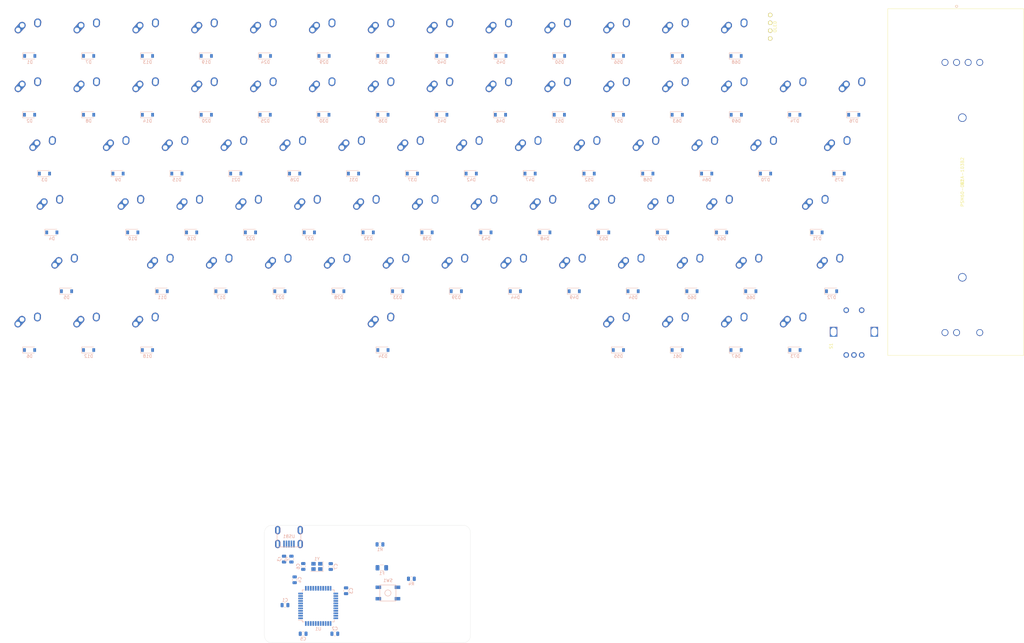
<source format=kicad_pcb>
(kicad_pcb (version 20171130) (host pcbnew "(5.1.4)-1")
  (layers (0 F.Cu signal) (31 B.Cu signal) (34 B.Paste user) (35 F.Paste user) (36 B.SilkS user) (37 F.SilkS user) (38 B.Mask user) (39 F.Mask user) (44 Edge.Cuts user))
  (net 0 "")
  (net 1 GND)
  (net 2 "Net-(C1-Pad1)")
  (net 3 +5V)
  (net 4 "Net-(C6-Pad1)")
  (net 5 "Net-(C7-Pad1)")
  (net 6 "Net-(D1-Pad2)")
  (net 7 ROW0)
  (net 8 "Net-(D2-Pad2)")
  (net 9 ROW1)
  (net 10 "Net-(D3-Pad2)")
  (net 11 "Net-(D4-Pad2)")
  (net 12 VCC)
  (net 13 COL0)
  (net 14 COL1)
  (net 15 "Net-(R1-Pad2)")
  (net 16 D+)
  (net 17 "Net-(U1-Pad4)")
  (net 18 D-)
  (net 19 "Net-(U1-Pad3)")
  (net 20 "Net-(R4-Pad2)")
  (net 21 "Net-(U1-Pad42)")
  (net 22 "Net-(U1-Pad41)")
  (net 23 "Net-(U1-Pad40)")
  (net 24 "Net-(U1-Pad39)")
  (net 25 "Net-(U1-Pad38)")
  (net 26 "Net-(U1-Pad37)")
  (net 27 "Net-(U1-Pad36)")
  (net 28 "Net-(U1-Pad32)")
  (net 29 "Net-(U1-Pad31)")
  (net 30 "Net-(U1-Pad30)")
  (net 31 "Net-(U1-Pad29)")
  (net 32 "Net-(U1-Pad28)")
  (net 33 "Net-(U1-Pad27)")
  (net 34 "Net-(U1-Pad26)")
  (net 35 "Net-(U1-Pad25)")
  (net 36 "Net-(U1-Pad22)")
  (net 37 "Net-(U1-Pad21)")
  (net 38 "Net-(U1-Pad20)")
  (net 39 "Net-(U1-Pad19)")
  (net 40 "Net-(U1-Pad18)")
  (net 41 "Net-(U1-Pad12)")
  (net 42 "Net-(U1-Pad11)")
  (net 43 "Net-(U1-Pad10)")
  (net 44 "Net-(U1-Pad9)")
  (net 45 "Net-(U1-Pad8)")
  (net 46 "Net-(U1-Pad1)")
  (net 47 "Net-(USB1-Pad2)")
  (net 48 ROW2)
  (net 49 ROW3)
  (net 50 "Net-(D5-Pad2)")
  (net 51 ROW4)
  (net 52 "Net-(D6-Pad2)")
  (net 53 ROW5)
  (net 54 "Net-(D7-Pad2)")
  (net 55 "Net-(D8-Pad2)")
  (net 56 "Net-(D9-Pad2)")
  (net 57 "Net-(D10-Pad2)")
  (net 58 "Net-(D11-Pad2)")
  (net 59 "Net-(D12-Pad2)")
  (net 60 "Net-(D13-Pad2)")
  (net 61 "Net-(D14-Pad2)")
  (net 62 "Net-(D15-Pad2)")
  (net 63 "Net-(D16-Pad2)")
  (net 64 "Net-(D17-Pad2)")
  (net 65 "Net-(D18-Pad2)")
  (net 66 "Net-(D19-Pad2)")
  (net 67 "Net-(D20-Pad2)")
  (net 68 "Net-(D21-Pad2)")
  (net 69 "Net-(D22-Pad2)")
  (net 70 "Net-(D23-Pad2)")
  (net 71 "Net-(D24-Pad2)")
  (net 72 "Net-(D25-Pad2)")
  (net 73 "Net-(D26-Pad2)")
  (net 74 "Net-(D27-Pad2)")
  (net 75 "Net-(D28-Pad2)")
  (net 76 "Net-(D29-Pad2)")
  (net 77 "Net-(D30-Pad2)")
  (net 78 "Net-(D31-Pad2)")
  (net 79 "Net-(D32-Pad2)")
  (net 80 "Net-(D33-Pad2)")
  (net 81 "Net-(D34-Pad2)")
  (net 82 "Net-(D35-Pad2)")
  (net 83 "Net-(D36-Pad2)")
  (net 84 "Net-(D37-Pad2)")
  (net 85 "Net-(D38-Pad2)")
  (net 86 "Net-(D39-Pad2)")
  (net 87 "Net-(D40-Pad2)")
  (net 88 "Net-(D41-Pad2)")
  (net 89 "Net-(D42-Pad2)")
  (net 90 "Net-(D43-Pad2)")
  (net 91 "Net-(D44-Pad2)")
  (net 92 "Net-(D45-Pad2)")
  (net 93 "Net-(D46-Pad2)")
  (net 94 "Net-(D47-Pad2)")
  (net 95 "Net-(D48-Pad2)")
  (net 96 "Net-(D49-Pad2)")
  (net 97 "Net-(D50-Pad2)")
  (net 98 "Net-(D51-Pad2)")
  (net 99 "Net-(D52-Pad2)")
  (net 100 "Net-(D53-Pad2)")
  (net 101 "Net-(D54-Pad2)")
  (net 102 "Net-(D55-Pad2)")
  (net 103 "Net-(D56-Pad2)")
  (net 104 "Net-(D57-Pad2)")
  (net 105 "Net-(D58-Pad2)")
  (net 106 "Net-(D59-Pad2)")
  (net 107 "Net-(D60-Pad2)")
  (net 108 "Net-(D61-Pad2)")
  (net 109 "Net-(D62-Pad2)")
  (net 110 "Net-(D63-Pad2)")
  (net 111 "Net-(D64-Pad2)")
  (net 112 "Net-(D65-Pad2)")
  (net 113 "Net-(D66-Pad2)")
  (net 114 "Net-(D67-Pad2)")
  (net 115 "Net-(D68-Pad2)")
  (net 116 "Net-(D69-Pad2)")
  (net 117 "Net-(D70-Pad2)")
  (net 118 "Net-(D71-Pad2)")
  (net 119 "Net-(D72-Pad2)")
  (net 120 "Net-(D73-Pad2)")
  (net 121 "Net-(D74-Pad2)")
  (net 122 "Net-(D75-Pad2)")
  (net 123 "Net-(D76-Pad2)")
  (net 124 COL9)
  (net 125 COL8)
  (net 126 COL10)
  (net 127 COL2)
  (net 128 COL3)
  (net 129 COL4)
  (net 130 COL5)
  (net 131 COL6)
  (net 132 COL7)
  (net 133 COL11)
  (net 134 COL12)
  (net 135 COL13)
  (net 136 COL14)
  (net 137 "Net-(OL1-Pad4)")
  (net 138 "Net-(OL1-Pad3)")
  (net 139 "Net-(OL1-Pad2)")
  (net 140 "Net-(OL1-Pad1)")
  (net 141 "Net-(R2-Pad3')")
  (net 142 "Net-(R2-PadT)")
  (net 143 "Net-(R2-Pad3)")
  (net 144 "Net-(R2-Pad2')")
  (net 145 "Net-(R2-Pad1')")
  (net 146 "Net-(R2-Pad1)")
  (net 147 "Net-(R2-Pad2)")
  (net 148 "Net-(S1-Pad5)")
  (net 149 "Net-(S1-Pad4)")
  (net 150 "Net-(S1-Pad3)")
  (net 151 "Net-(S1-Pad2)")
  (net 152 "Net-(S1-Pad1)")
  (module kbd:OLED_v2 (layer F.Cu) (at 265.811 52.451 270)
    (fp_text reference OL1)
    (fp_text value OLED hide)
    (fp_text user OLED (at 0 -1.55 90) (layer F.SilkS))
    (pad 4 thru_hole circle (at 3.81 0 270) (size 1.397 1.397) (drill 0.8128) (layers *.Cu F.SilkS B.Mask) (net 137 "Net-(OL1-Pad4)"))
    (pad 3 thru_hole circle (at 1.27 0 270) (size 1.397 1.397) (drill 0.8128) (layers *.Cu F.SilkS B.Mask) (net 138 "Net-(OL1-Pad3)"))
    (pad 2 thru_hole circle (at -1.27 0 270) (size 1.397 1.397) (drill 0.8128) (layers *.Cu F.SilkS B.Mask) (net 139 "Net-(OL1-Pad2)"))
    (pad 1 thru_hole circle (at -3.81 0 270) (size 1.397 1.397) (drill 0.8128) (layers *.Cu F.SilkS B.Mask) (net 140 "Net-(OL1-Pad1)"))
  )
  (module SW-Bournes:PEC11R-4xxx-Sxxxx (layer F.Cu) (at 292.9255 151.257)
    (fp_text reference S1 (at -7.4 4.6 90) (layer F.SilkS))
    (fp_text value PEC11-4215F-S24)
    (pad 5 thru_hole circle (at 0 7.5) (size 1.8 1.8) (drill 1.1) (layers *.Cu *.Mask) (net 148 "Net-(S1-Pad5)"))
    (pad 4 thru_hole circle (at 2.5 7.5) (size 1.8 1.8) (drill 1.1) (layers *.Cu *.Mask) (net 149 "Net-(S1-Pad4)"))
    (pad 3 thru_hole circle (at -2.5 7.5) (size 1.8 1.8) (drill 1.1) (layers *.Cu *.Mask) (net 150 "Net-(S1-Pad3)"))
    (pad 2 thru_hole circle (at 2.5 -7) (size 1.8 1.8) (drill 1.1) (layers *.Cu *.Mask) (net 151 "Net-(S1-Pad2)"))
    (pad 1 thru_hole circle (at -2.5 -7) (size 1.8 1.8) (drill 1.1) (layers *.Cu *.Mask) (net 152 "Net-(S1-Pad1)"))
    (pad GND thru_hole rect (at 6.6 0 90) (size 3.2 2.4) (drill oval 2.7 1.9) (layers *.Cu *.Mask))
    (pad GND thru_hole rect (at -6.6 0 90) (size 3.2 2.4) (drill oval 2.7 1.9) (layers *.Cu *.Mask))
  )
  (module PSM60-081A-103B2:PSM60-081A-103B2 (layer F.Cu) (at 326.136 64.008 90)
    (fp_text reference R2 (at -38.750004 1.875 90) (layer F.SilkS))
    (fp_text value PSM60-081A-103B2 (at -38.750004 1.875 90) (layer F.SilkS))
    (fp_text user * (at 0 0 90) (layer F.SilkS))
    (pad 9 thru_hole circle (at -17.900005 1.875 90) (size 2.7178 2.7178) (drill 2.2098) (layers *.Cu *.Mask))
    (pad 8 thru_hole circle (at -69.600003 1.875 90) (size 2.7178 2.7178) (drill 2.2098) (layers *.Cu *.Mask))
    (pad 3' thru_hole circle (at -87.500005 7.5 90) (size 2.2098 2.2098) (drill 1.7018) (layers *.Cu *.Mask) (net 141 "Net-(R2-Pad3')"))
    (pad T thru_hole circle (at -87.500005 0 90) (size 2.2098 2.2098) (drill 1.7018) (layers *.Cu *.Mask) (net 142 "Net-(R2-PadT)"))
    (pad 3 thru_hole circle (at -87.500005 -3.75 90) (size 2.2098 2.2098) (drill 1.7018) (layers *.Cu *.Mask) (net 143 "Net-(R2-Pad3)"))
    (pad 2' thru_hole circle (at 0 7.5 90) (size 2.2098 2.2098) (drill 1.7018) (layers *.Cu *.Mask) (net 144 "Net-(R2-Pad2')"))
    (pad 1' thru_hole circle (at 0 3.75 90) (size 2.2098 2.2098) (drill 1.7018) (layers *.Cu *.Mask) (net 145 "Net-(R2-Pad1')"))
    (pad 1 thru_hole circle (at 0 0 90) (size 2.2098 2.2098) (drill 1.7018) (layers *.Cu *.Mask) (net 146 "Net-(R2-Pad1)"))
    (pad 2 thru_hole circle (at 0 -3.75 90) (size 2.2098 2.2098) (drill 1.7018) (layers *.Cu *.Mask) (net 147 "Net-(R2-Pad2)"))
  )
  (module MX_Alps_Hybrid:MX-7U-NoLED (layer F.Cu) (at 140.49375 151.257)
    (fp_text reference SW_space1)
    (fp_text value MX-NoLED)
    (pad "" np_thru_hole circle (at 57.15 8.255) (size 3.9878 3.9878) (drill 3.9878) (layers *.Cu *.Mask))
    (pad "" np_thru_hole circle (at -57.15 8.255) (size 3.9878 3.9878) (drill 3.9878) (layers *.Cu *.Mask))
    (pad "" np_thru_hole circle (at 57.15 -6.985) (size 3.048 3.048) (drill 3.048) (layers *.Cu *.Mask))
    (pad "" np_thru_hole circle (at -57.15 -6.985) (size 3.048 3.048) (drill 3.048) (layers *.Cu *.Mask))
    (pad "" np_thru_hole circle (at 5.08 0 48.0996) (size 1.75 1.75) (drill 1.75) (layers *.Cu *.Mask))
    (pad "" np_thru_hole circle (at -5.08 0 48.0996) (size 1.75 1.75) (drill 1.75) (layers *.Cu *.Mask))
    (pad 1 thru_hole circle (at -2.5 -4) (size 2.25 2.25) (drill 1.47) (layers *.Cu B.Mask) (net 130 COL5))
    (pad "" np_thru_hole circle (at 0 0) (size 3.9878 3.9878) (drill 3.9878) (layers *.Cu *.Mask))
    (pad 1 thru_hole oval (at -3.81 -2.54 48.0996) (size 4.211556 2.25) (drill 1.47 (offset 0.980778 0)) (layers *.Cu B.Mask) (net 130 COL5))
    (pad 2 thru_hole circle (at 2.54 -5.08) (size 2.25 2.25) (drill 1.47) (layers *.Cu B.Mask) (net 81 "Net-(D34-Pad2)"))
    (pad 2 thru_hole oval (at 2.5 -4.5 86.0548) (size 2.831378 2.25) (drill 1.47 (offset 0.290689 0)) (layers *.Cu B.Mask) (net 81 "Net-(D34-Pad2)"))
  )
  (module MX_Alps_Hybrid:MX-2.25U-NoLED (layer F.Cu) (at 38.1 132.207)
    (fp_text reference SW_shift1)
    (fp_text value MX-NoLED)
    (pad "" np_thru_hole circle (at 11.938 8.255) (size 3.9878 3.9878) (drill 3.9878) (layers *.Cu *.Mask))
    (pad "" np_thru_hole circle (at -11.938 8.255) (size 3.9878 3.9878) (drill 3.9878) (layers *.Cu *.Mask))
    (pad "" np_thru_hole circle (at 11.938 -6.985) (size 3.048 3.048) (drill 3.048) (layers *.Cu *.Mask))
    (pad "" np_thru_hole circle (at -11.938 -6.985) (size 3.048 3.048) (drill 3.048) (layers *.Cu *.Mask))
    (pad "" np_thru_hole circle (at 5.08 0 48.0996) (size 1.75 1.75) (drill 1.75) (layers *.Cu *.Mask))
    (pad "" np_thru_hole circle (at -5.08 0 48.0996) (size 1.75 1.75) (drill 1.75) (layers *.Cu *.Mask))
    (pad 1 thru_hole circle (at -2.5 -4) (size 2.25 2.25) (drill 1.47) (layers *.Cu B.Mask) (net 13 COL0))
    (pad "" np_thru_hole circle (at 0 0) (size 3.9878 3.9878) (drill 3.9878) (layers *.Cu *.Mask))
    (pad 1 thru_hole oval (at -3.81 -2.54 48.0996) (size 4.211556 2.25) (drill 1.47 (offset 0.980778 0)) (layers *.Cu B.Mask) (net 13 COL0))
    (pad 2 thru_hole circle (at 2.54 -5.08) (size 2.25 2.25) (drill 1.47) (layers *.Cu B.Mask) (net 50 "Net-(D5-Pad2)"))
    (pad 2 thru_hole oval (at 2.5 -4.5 86.0548) (size 2.831378 2.25) (drill 1.47 (offset 0.290689 0)) (layers *.Cu B.Mask) (net 50 "Net-(D5-Pad2)"))
  )
  (module MX_Alps_Hybrid:MX-1.75U-NoLED (layer F.Cu) (at 285.8135 132.207)
    (fp_text reference SW_shift2)
    (fp_text value MX-NoLED)
    (pad "" np_thru_hole circle (at 5.08 0 48.0996) (size 1.75 1.75) (drill 1.75) (layers *.Cu *.Mask))
    (pad "" np_thru_hole circle (at -5.08 0 48.0996) (size 1.75 1.75) (drill 1.75) (layers *.Cu *.Mask))
    (pad 1 thru_hole circle (at -2.5 -4) (size 2.25 2.25) (drill 1.47) (layers *.Cu B.Mask) (net 134 COL12))
    (pad "" np_thru_hole circle (at 0 0) (size 3.9878 3.9878) (drill 3.9878) (layers *.Cu *.Mask))
    (pad 1 thru_hole oval (at -3.81 -2.54 48.0996) (size 4.211556 2.25) (drill 1.47 (offset 0.980778 0)) (layers *.Cu B.Mask) (net 134 COL12))
    (pad 2 thru_hole circle (at 2.54 -5.08) (size 2.25 2.25) (drill 1.47) (layers *.Cu B.Mask) (net 119 "Net-(D72-Pad2)"))
    (pad 2 thru_hole oval (at 2.5 -4.5 86.0548) (size 2.831378 2.25) (drill 1.47 (offset 0.290689 0)) (layers *.Cu B.Mask) (net 119 "Net-(D72-Pad2)"))
  )
  (module MX_Alps_Hybrid:MX-1U-NoLED (layer F.Cu) (at 69.088 132.207)
    (fp_text reference SW_z1)
    (fp_text value MX-NoLED)
    (pad "" np_thru_hole circle (at 5.08 0 48.0996) (size 1.75 1.75) (drill 1.75) (layers *.Cu *.Mask))
    (pad "" np_thru_hole circle (at -5.08 0 48.0996) (size 1.75 1.75) (drill 1.75) (layers *.Cu *.Mask))
    (pad 1 thru_hole circle (at -2.5 -4) (size 2.25 2.25) (drill 1.47) (layers *.Cu B.Mask) (net 14 COL1))
    (pad "" np_thru_hole circle (at 0 0) (size 3.9878 3.9878) (drill 3.9878) (layers *.Cu *.Mask))
    (pad 1 thru_hole oval (at -3.81 -2.54 48.0996) (size 4.211556 2.25) (drill 1.47 (offset 0.980778 0)) (layers *.Cu B.Mask) (net 14 COL1))
    (pad 2 thru_hole circle (at 2.54 -5.08) (size 2.25 2.25) (drill 1.47) (layers *.Cu B.Mask) (net 58 "Net-(D11-Pad2)"))
    (pad 2 thru_hole oval (at 2.5 -4.5 86.0548) (size 2.831378 2.25) (drill 1.47 (offset 0.290689 0)) (layers *.Cu B.Mask) (net 58 "Net-(D11-Pad2)"))
  )
  (module MX_Alps_Hybrid:MX-1U-NoLED (layer F.Cu) (at 150.0505 94.107)
    (fp_text reference SW_y1)
    (fp_text value MX-NoLED)
    (pad "" np_thru_hole circle (at 5.08 0 48.0996) (size 1.75 1.75) (drill 1.75) (layers *.Cu *.Mask))
    (pad "" np_thru_hole circle (at -5.08 0 48.0996) (size 1.75 1.75) (drill 1.75) (layers *.Cu *.Mask))
    (pad 1 thru_hole circle (at -2.5 -4) (size 2.25 2.25) (drill 1.47) (layers *.Cu B.Mask) (net 131 COL6))
    (pad "" np_thru_hole circle (at 0 0) (size 3.9878 3.9878) (drill 3.9878) (layers *.Cu *.Mask))
    (pad 1 thru_hole oval (at -3.81 -2.54 48.0996) (size 4.211556 2.25) (drill 1.47 (offset 0.980778 0)) (layers *.Cu B.Mask) (net 131 COL6))
    (pad 2 thru_hole circle (at 2.54 -5.08) (size 2.25 2.25) (drill 1.47) (layers *.Cu B.Mask) (net 84 "Net-(D37-Pad2)"))
    (pad 2 thru_hole oval (at 2.5 -4.5 86.0548) (size 2.831378 2.25) (drill 1.47 (offset 0.290689 0)) (layers *.Cu B.Mask) (net 84 "Net-(D37-Pad2)"))
  )
  (module MX_Alps_Hybrid:MX-1U-NoLED (layer F.Cu) (at 88.138 132.207)
    (fp_text reference SW_x1)
    (fp_text value MX-NoLED)
    (pad "" np_thru_hole circle (at 5.08 0 48.0996) (size 1.75 1.75) (drill 1.75) (layers *.Cu *.Mask))
    (pad "" np_thru_hole circle (at -5.08 0 48.0996) (size 1.75 1.75) (drill 1.75) (layers *.Cu *.Mask))
    (pad 1 thru_hole circle (at -2.5 -4) (size 2.25 2.25) (drill 1.47) (layers *.Cu B.Mask) (net 127 COL2))
    (pad "" np_thru_hole circle (at 0 0) (size 3.9878 3.9878) (drill 3.9878) (layers *.Cu *.Mask))
    (pad 1 thru_hole oval (at -3.81 -2.54 48.0996) (size 4.211556 2.25) (drill 1.47 (offset 0.980778 0)) (layers *.Cu B.Mask) (net 127 COL2))
    (pad 2 thru_hole circle (at 2.54 -5.08) (size 2.25 2.25) (drill 1.47) (layers *.Cu B.Mask) (net 64 "Net-(D17-Pad2)"))
    (pad 2 thru_hole oval (at 2.5 -4.5 86.0548) (size 2.831378 2.25) (drill 1.47 (offset 0.290689 0)) (layers *.Cu B.Mask) (net 64 "Net-(D17-Pad2)"))
  )
  (module MX_Alps_Hybrid:MX-1U-NoLED (layer F.Cu) (at 73.8505 94.107)
    (fp_text reference SW_w1)
    (fp_text value MX-NoLED)
    (pad "" np_thru_hole circle (at 5.08 0 48.0996) (size 1.75 1.75) (drill 1.75) (layers *.Cu *.Mask))
    (pad "" np_thru_hole circle (at -5.08 0 48.0996) (size 1.75 1.75) (drill 1.75) (layers *.Cu *.Mask))
    (pad 1 thru_hole circle (at -2.5 -4) (size 2.25 2.25) (drill 1.47) (layers *.Cu B.Mask) (net 127 COL2))
    (pad "" np_thru_hole circle (at 0 0) (size 3.9878 3.9878) (drill 3.9878) (layers *.Cu *.Mask))
    (pad 1 thru_hole oval (at -3.81 -2.54 48.0996) (size 4.211556 2.25) (drill 1.47 (offset 0.980778 0)) (layers *.Cu B.Mask) (net 127 COL2))
    (pad 2 thru_hole circle (at 2.54 -5.08) (size 2.25 2.25) (drill 1.47) (layers *.Cu B.Mask) (net 62 "Net-(D15-Pad2)"))
    (pad 2 thru_hole oval (at 2.5 -4.5 86.0548) (size 2.831378 2.25) (drill 1.47 (offset 0.290689 0)) (layers *.Cu B.Mask) (net 62 "Net-(D15-Pad2)"))
  )
  (module MX_Alps_Hybrid:MX-1U-NoLED (layer F.Cu) (at 126.3015 132.207)
    (fp_text reference SW_v1)
    (fp_text value MX-NoLED)
    (pad "" np_thru_hole circle (at 5.08 0 48.0996) (size 1.75 1.75) (drill 1.75) (layers *.Cu *.Mask))
    (pad "" np_thru_hole circle (at -5.08 0 48.0996) (size 1.75 1.75) (drill 1.75) (layers *.Cu *.Mask))
    (pad 1 thru_hole circle (at -2.5 -4) (size 2.25 2.25) (drill 1.47) (layers *.Cu B.Mask) (net 129 COL4))
    (pad "" np_thru_hole circle (at 0 0) (size 3.9878 3.9878) (drill 3.9878) (layers *.Cu *.Mask))
    (pad 1 thru_hole oval (at -3.81 -2.54 48.0996) (size 4.211556 2.25) (drill 1.47 (offset 0.980778 0)) (layers *.Cu B.Mask) (net 129 COL4))
    (pad 2 thru_hole circle (at 2.54 -5.08) (size 2.25 2.25) (drill 1.47) (layers *.Cu B.Mask) (net 75 "Net-(D28-Pad2)"))
    (pad 2 thru_hole oval (at 2.5 -4.5 86.0548) (size 2.831378 2.25) (drill 1.47 (offset 0.290689 0)) (layers *.Cu B.Mask) (net 75 "Net-(D28-Pad2)"))
  )
  (module MX_Alps_Hybrid:MX-1U-NoLED (layer F.Cu) (at 259.588 132.207)
    (fp_text reference SW_up1)
    (fp_text value MX-NoLED)
    (pad "" np_thru_hole circle (at 5.08 0 48.0996) (size 1.75 1.75) (drill 1.75) (layers *.Cu *.Mask))
    (pad "" np_thru_hole circle (at -5.08 0 48.0996) (size 1.75 1.75) (drill 1.75) (layers *.Cu *.Mask))
    (pad 1 thru_hole circle (at -2.5 -4) (size 2.25 2.25) (drill 1.47) (layers *.Cu B.Mask) (net 133 COL11))
    (pad "" np_thru_hole circle (at 0 0) (size 3.9878 3.9878) (drill 3.9878) (layers *.Cu *.Mask))
    (pad 1 thru_hole oval (at -3.81 -2.54 48.0996) (size 4.211556 2.25) (drill 1.47 (offset 0.980778 0)) (layers *.Cu B.Mask) (net 133 COL11))
    (pad 2 thru_hole circle (at 2.54 -5.08) (size 2.25 2.25) (drill 1.47) (layers *.Cu B.Mask) (net 113 "Net-(D66-Pad2)"))
    (pad 2 thru_hole oval (at 2.5 -4.5 86.0548) (size 2.831378 2.25) (drill 1.47 (offset 0.290689 0)) (layers *.Cu B.Mask) (net 113 "Net-(D66-Pad2)"))
  )
  (module MX_Alps_Hybrid:MX-1U-NoLED (layer F.Cu) (at 169.1005 94.107)
    (fp_text reference SW_u1)
    (fp_text value MX-NoLED)
    (pad "" np_thru_hole circle (at 5.08 0 48.0996) (size 1.75 1.75) (drill 1.75) (layers *.Cu *.Mask))
    (pad "" np_thru_hole circle (at -5.08 0 48.0996) (size 1.75 1.75) (drill 1.75) (layers *.Cu *.Mask))
    (pad 1 thru_hole circle (at -2.5 -4) (size 2.25 2.25) (drill 1.47) (layers *.Cu B.Mask) (net 132 COL7))
    (pad "" np_thru_hole circle (at 0 0) (size 3.9878 3.9878) (drill 3.9878) (layers *.Cu *.Mask))
    (pad 1 thru_hole oval (at -3.81 -2.54 48.0996) (size 4.211556 2.25) (drill 1.47 (offset 0.980778 0)) (layers *.Cu B.Mask) (net 132 COL7))
    (pad 2 thru_hole circle (at 2.54 -5.08) (size 2.25 2.25) (drill 1.47) (layers *.Cu B.Mask) (net 89 "Net-(D42-Pad2)"))
    (pad 2 thru_hole oval (at 2.5 -4.5 86.0548) (size 2.831378 2.25) (drill 1.47 (offset 0.290689 0)) (layers *.Cu B.Mask) (net 89 "Net-(D42-Pad2)"))
  )
  (module MX_Alps_Hybrid:MX-1.5U-NoLED (layer F.Cu) (at 30.988 94.107)
    (fp_text reference SW_tab1)
    (fp_text value MX-NoLED)
    (pad "" np_thru_hole circle (at 5.08 0 48.0996) (size 1.75 1.75) (drill 1.75) (layers *.Cu *.Mask))
    (pad "" np_thru_hole circle (at -5.08 0 48.0996) (size 1.75 1.75) (drill 1.75) (layers *.Cu *.Mask))
    (pad 1 thru_hole circle (at -2.5 -4) (size 2.25 2.25) (drill 1.47) (layers *.Cu B.Mask) (net 13 COL0))
    (pad "" np_thru_hole circle (at 0 0) (size 3.9878 3.9878) (drill 3.9878) (layers *.Cu *.Mask))
    (pad 1 thru_hole oval (at -3.81 -2.54 48.0996) (size 4.211556 2.25) (drill 1.47 (offset 0.980778 0)) (layers *.Cu B.Mask) (net 13 COL0))
    (pad 2 thru_hole circle (at 2.54 -5.08) (size 2.25 2.25) (drill 1.47) (layers *.Cu B.Mask) (net 10 "Net-(D3-Pad2)"))
    (pad 2 thru_hole oval (at 2.5 -4.5 86.0548) (size 2.831378 2.25) (drill 1.47 (offset 0.290689 0)) (layers *.Cu B.Mask) (net 10 "Net-(D3-Pad2)"))
  )
  (module MX_Alps_Hybrid:MX-1U-NoLED (layer F.Cu) (at 131.0005 94.107)
    (fp_text reference SW_t1)
    (fp_text value MX-NoLED)
    (pad "" np_thru_hole circle (at 5.08 0 48.0996) (size 1.75 1.75) (drill 1.75) (layers *.Cu *.Mask))
    (pad "" np_thru_hole circle (at -5.08 0 48.0996) (size 1.75 1.75) (drill 1.75) (layers *.Cu *.Mask))
    (pad 1 thru_hole circle (at -2.5 -4) (size 2.25 2.25) (drill 1.47) (layers *.Cu B.Mask) (net 130 COL5))
    (pad "" np_thru_hole circle (at 0 0) (size 3.9878 3.9878) (drill 3.9878) (layers *.Cu *.Mask))
    (pad 1 thru_hole oval (at -3.81 -2.54 48.0996) (size 4.211556 2.25) (drill 1.47 (offset 0.980778 0)) (layers *.Cu B.Mask) (net 130 COL5))
    (pad 2 thru_hole circle (at 2.54 -5.08) (size 2.25 2.25) (drill 1.47) (layers *.Cu B.Mask) (net 78 "Net-(D31-Pad2)"))
    (pad 2 thru_hole oval (at 2.5 -4.5 86.0548) (size 2.831378 2.25) (drill 1.47 (offset 0.290689 0)) (layers *.Cu B.Mask) (net 78 "Net-(D31-Pad2)"))
  )
  (module MX_Alps_Hybrid:MX-1U-NoLED (layer F.Cu) (at 78.613 113.157)
    (fp_text reference SW_s1)
    (fp_text value MX-NoLED)
    (pad "" np_thru_hole circle (at 5.08 0 48.0996) (size 1.75 1.75) (drill 1.75) (layers *.Cu *.Mask))
    (pad "" np_thru_hole circle (at -5.08 0 48.0996) (size 1.75 1.75) (drill 1.75) (layers *.Cu *.Mask))
    (pad 1 thru_hole circle (at -2.5 -4) (size 2.25 2.25) (drill 1.47) (layers *.Cu B.Mask) (net 127 COL2))
    (pad "" np_thru_hole circle (at 0 0) (size 3.9878 3.9878) (drill 3.9878) (layers *.Cu *.Mask))
    (pad 1 thru_hole oval (at -3.81 -2.54 48.0996) (size 4.211556 2.25) (drill 1.47 (offset 0.980778 0)) (layers *.Cu B.Mask) (net 127 COL2))
    (pad 2 thru_hole circle (at 2.54 -5.08) (size 2.25 2.25) (drill 1.47) (layers *.Cu B.Mask) (net 63 "Net-(D16-Pad2)"))
    (pad 2 thru_hole oval (at 2.5 -4.5 86.0548) (size 2.831378 2.25) (drill 1.47 (offset 0.290689 0)) (layers *.Cu B.Mask) (net 63 "Net-(D16-Pad2)"))
  )
  (module MX_Alps_Hybrid:MX-1U-NoLED (layer F.Cu) (at 273.8755 151.257)
    (fp_text reference SW_right1)
    (fp_text value MX-NoLED)
    (pad "" np_thru_hole circle (at 5.08 0 48.0996) (size 1.75 1.75) (drill 1.75) (layers *.Cu *.Mask))
    (pad "" np_thru_hole circle (at -5.08 0 48.0996) (size 1.75 1.75) (drill 1.75) (layers *.Cu *.Mask))
    (pad 1 thru_hole circle (at -2.5 -4) (size 2.25 2.25) (drill 1.47) (layers *.Cu B.Mask) (net 134 COL12))
    (pad "" np_thru_hole circle (at 0 0) (size 3.9878 3.9878) (drill 3.9878) (layers *.Cu *.Mask))
    (pad 1 thru_hole oval (at -3.81 -2.54 48.0996) (size 4.211556 2.25) (drill 1.47 (offset 0.980778 0)) (layers *.Cu B.Mask) (net 134 COL12))
    (pad 2 thru_hole circle (at 2.54 -5.08) (size 2.25 2.25) (drill 1.47) (layers *.Cu B.Mask) (net 120 "Net-(D73-Pad2)"))
    (pad 2 thru_hole oval (at 2.5 -4.5 86.0548) (size 2.831378 2.25) (drill 1.47 (offset 0.290689 0)) (layers *.Cu B.Mask) (net 120 "Net-(D73-Pad2)"))
  )
  (module MX_Alps_Hybrid:MX-1U-NoLED (layer F.Cu) (at 111.9505 94.107)
    (fp_text reference SW_r1)
    (fp_text value MX-NoLED)
    (pad "" np_thru_hole circle (at 5.08 0 48.0996) (size 1.75 1.75) (drill 1.75) (layers *.Cu *.Mask))
    (pad "" np_thru_hole circle (at -5.08 0 48.0996) (size 1.75 1.75) (drill 1.75) (layers *.Cu *.Mask))
    (pad 1 thru_hole circle (at -2.5 -4) (size 2.25 2.25) (drill 1.47) (layers *.Cu B.Mask) (net 129 COL4))
    (pad "" np_thru_hole circle (at 0 0) (size 3.9878 3.9878) (drill 3.9878) (layers *.Cu *.Mask))
    (pad 1 thru_hole oval (at -3.81 -2.54 48.0996) (size 4.211556 2.25) (drill 1.47 (offset 0.980778 0)) (layers *.Cu B.Mask) (net 129 COL4))
    (pad 2 thru_hole circle (at 2.54 -5.08) (size 2.25 2.25) (drill 1.47) (layers *.Cu B.Mask) (net 73 "Net-(D26-Pad2)"))
    (pad 2 thru_hole oval (at 2.5 -4.5 86.0548) (size 2.831378 2.25) (drill 1.47 (offset 0.290689 0)) (layers *.Cu B.Mask) (net 73 "Net-(D26-Pad2)"))
  )
  (module MX_Alps_Hybrid:MX-1U-NoLED (layer F.Cu) (at 54.8005 94.107)
    (fp_text reference SW_q1)
    (fp_text value MX-NoLED)
    (pad "" np_thru_hole circle (at 5.08 0 48.0996) (size 1.75 1.75) (drill 1.75) (layers *.Cu *.Mask))
    (pad "" np_thru_hole circle (at -5.08 0 48.0996) (size 1.75 1.75) (drill 1.75) (layers *.Cu *.Mask))
    (pad 1 thru_hole circle (at -2.5 -4) (size 2.25 2.25) (drill 1.47) (layers *.Cu B.Mask) (net 14 COL1))
    (pad "" np_thru_hole circle (at 0 0) (size 3.9878 3.9878) (drill 3.9878) (layers *.Cu *.Mask))
    (pad 1 thru_hole oval (at -3.81 -2.54 48.0996) (size 4.211556 2.25) (drill 1.47 (offset 0.980778 0)) (layers *.Cu B.Mask) (net 14 COL1))
    (pad 2 thru_hole circle (at 2.54 -5.08) (size 2.25 2.25) (drill 1.47) (layers *.Cu B.Mask) (net 56 "Net-(D9-Pad2)"))
    (pad 2 thru_hole oval (at 2.5 -4.5 86.0548) (size 2.831378 2.25) (drill 1.47 (offset 0.290689 0)) (layers *.Cu B.Mask) (net 56 "Net-(D9-Pad2)"))
  )
  (module MX_Alps_Hybrid:MX-1U-NoLED (layer F.Cu) (at 226.2505 94.107)
    (fp_text reference SW_p1)
    (fp_text value MX-NoLED)
    (pad "" np_thru_hole circle (at 5.08 0 48.0996) (size 1.75 1.75) (drill 1.75) (layers *.Cu *.Mask))
    (pad "" np_thru_hole circle (at -5.08 0 48.0996) (size 1.75 1.75) (drill 1.75) (layers *.Cu *.Mask))
    (pad 1 thru_hole circle (at -2.5 -4) (size 2.25 2.25) (drill 1.47) (layers *.Cu B.Mask) (net 126 COL10))
    (pad "" np_thru_hole circle (at 0 0) (size 3.9878 3.9878) (drill 3.9878) (layers *.Cu *.Mask))
    (pad 1 thru_hole oval (at -3.81 -2.54 48.0996) (size 4.211556 2.25) (drill 1.47 (offset 0.980778 0)) (layers *.Cu B.Mask) (net 126 COL10))
    (pad 2 thru_hole circle (at 2.54 -5.08) (size 2.25 2.25) (drill 1.47) (layers *.Cu B.Mask) (net 105 "Net-(D58-Pad2)"))
    (pad 2 thru_hole oval (at 2.5 -4.5 86.0548) (size 2.831378 2.25) (drill 1.47 (offset 0.290689 0)) (layers *.Cu B.Mask) (net 105 "Net-(D58-Pad2)"))
  )
  (module MX_Alps_Hybrid:MX-1U-NoLED (layer F.Cu) (at 207.2005 94.107)
    (fp_text reference SW_o1)
    (fp_text value MX-NoLED)
    (pad "" np_thru_hole circle (at 5.08 0 48.0996) (size 1.75 1.75) (drill 1.75) (layers *.Cu *.Mask))
    (pad "" np_thru_hole circle (at -5.08 0 48.0996) (size 1.75 1.75) (drill 1.75) (layers *.Cu *.Mask))
    (pad 1 thru_hole circle (at -2.5 -4) (size 2.25 2.25) (drill 1.47) (layers *.Cu B.Mask) (net 124 COL9))
    (pad "" np_thru_hole circle (at 0 0) (size 3.9878 3.9878) (drill 3.9878) (layers *.Cu *.Mask))
    (pad 1 thru_hole oval (at -3.81 -2.54 48.0996) (size 4.211556 2.25) (drill 1.47 (offset 0.980778 0)) (layers *.Cu B.Mask) (net 124 COL9))
    (pad 2 thru_hole circle (at 2.54 -5.08) (size 2.25 2.25) (drill 1.47) (layers *.Cu B.Mask) (net 99 "Net-(D52-Pad2)"))
    (pad 2 thru_hole oval (at 2.5 -4.5 86.0548) (size 2.831378 2.25) (drill 1.47 (offset 0.290689 0)) (layers *.Cu B.Mask) (net 99 "Net-(D52-Pad2)"))
  )
  (module MX_Alps_Hybrid:MX-1U-NoLED (layer F.Cu) (at 164.420001 132.207001)
    (fp_text reference SW_n1)
    (fp_text value MX-NoLED)
    (pad "" np_thru_hole circle (at 5.08 0 48.0996) (size 1.75 1.75) (drill 1.75) (layers *.Cu *.Mask))
    (pad "" np_thru_hole circle (at -5.08 0 48.0996) (size 1.75 1.75) (drill 1.75) (layers *.Cu *.Mask))
    (pad 1 thru_hole circle (at -2.5 -4) (size 2.25 2.25) (drill 1.47) (layers *.Cu B.Mask) (net 131 COL6))
    (pad "" np_thru_hole circle (at 0 0) (size 3.9878 3.9878) (drill 3.9878) (layers *.Cu *.Mask))
    (pad 1 thru_hole oval (at -3.81 -2.54 48.0996) (size 4.211556 2.25) (drill 1.47 (offset 0.980778 0)) (layers *.Cu B.Mask) (net 131 COL6))
    (pad 2 thru_hole circle (at 2.54 -5.08) (size 2.25 2.25) (drill 1.47) (layers *.Cu B.Mask) (net 86 "Net-(D39-Pad2)"))
    (pad 2 thru_hole oval (at 2.5 -4.5 86.0548) (size 2.831378 2.25) (drill 1.47 (offset 0.290689 0)) (layers *.Cu B.Mask) (net 86 "Net-(D39-Pad2)"))
  )
  (module MX_Alps_Hybrid:MX-1U-NoLED (layer F.Cu) (at 183.4515 132.207)
    (fp_text reference SW_m1)
    (fp_text value MX-NoLED)
    (pad "" np_thru_hole circle (at 5.08 0 48.0996) (size 1.75 1.75) (drill 1.75) (layers *.Cu *.Mask))
    (pad "" np_thru_hole circle (at -5.08 0 48.0996) (size 1.75 1.75) (drill 1.75) (layers *.Cu *.Mask))
    (pad 1 thru_hole circle (at -2.5 -4) (size 2.25 2.25) (drill 1.47) (layers *.Cu B.Mask) (net 132 COL7))
    (pad "" np_thru_hole circle (at 0 0) (size 3.9878 3.9878) (drill 3.9878) (layers *.Cu *.Mask))
    (pad 1 thru_hole oval (at -3.81 -2.54 48.0996) (size 4.211556 2.25) (drill 1.47 (offset 0.980778 0)) (layers *.Cu B.Mask) (net 132 COL7))
    (pad 2 thru_hole circle (at 2.54 -5.08) (size 2.25 2.25) (drill 1.47) (layers *.Cu B.Mask) (net 91 "Net-(D44-Pad2)"))
    (pad 2 thru_hole oval (at 2.5 -4.5 86.0548) (size 2.831378 2.25) (drill 1.47 (offset 0.290689 0)) (layers *.Cu B.Mask) (net 91 "Net-(D44-Pad2)"))
  )
  (module MX_Alps_Hybrid:MX-1U-NoLED (layer F.Cu) (at 235.7755 151.257)
    (fp_text reference SW_left1)
    (fp_text value MX-NoLED)
    (pad "" np_thru_hole circle (at 5.08 0 48.0996) (size 1.75 1.75) (drill 1.75) (layers *.Cu *.Mask))
    (pad "" np_thru_hole circle (at -5.08 0 48.0996) (size 1.75 1.75) (drill 1.75) (layers *.Cu *.Mask))
    (pad 1 thru_hole circle (at -2.5 -4) (size 2.25 2.25) (drill 1.47) (layers *.Cu B.Mask) (net 126 COL10))
    (pad "" np_thru_hole circle (at 0 0) (size 3.9878 3.9878) (drill 3.9878) (layers *.Cu *.Mask))
    (pad 1 thru_hole oval (at -3.81 -2.54 48.0996) (size 4.211556 2.25) (drill 1.47 (offset 0.980778 0)) (layers *.Cu B.Mask) (net 126 COL10))
    (pad 2 thru_hole circle (at 2.54 -5.08) (size 2.25 2.25) (drill 1.47) (layers *.Cu B.Mask) (net 108 "Net-(D61-Pad2)"))
    (pad 2 thru_hole oval (at 2.5 -4.5 86.0548) (size 2.831378 2.25) (drill 1.47 (offset 0.290689 0)) (layers *.Cu B.Mask) (net 108 "Net-(D61-Pad2)"))
  )
  (module MX_Alps_Hybrid:MX-1U-NoLED (layer F.Cu) (at 211.963 113.157)
    (fp_text reference SW_l1)
    (fp_text value MX-NoLED)
    (pad "" np_thru_hole circle (at 5.08 0 48.0996) (size 1.75 1.75) (drill 1.75) (layers *.Cu *.Mask))
    (pad "" np_thru_hole circle (at -5.08 0 48.0996) (size 1.75 1.75) (drill 1.75) (layers *.Cu *.Mask))
    (pad 1 thru_hole circle (at -2.5 -4) (size 2.25 2.25) (drill 1.47) (layers *.Cu B.Mask) (net 124 COL9))
    (pad "" np_thru_hole circle (at 0 0) (size 3.9878 3.9878) (drill 3.9878) (layers *.Cu *.Mask))
    (pad 1 thru_hole oval (at -3.81 -2.54 48.0996) (size 4.211556 2.25) (drill 1.47 (offset 0.980778 0)) (layers *.Cu B.Mask) (net 124 COL9))
    (pad 2 thru_hole circle (at 2.54 -5.08) (size 2.25 2.25) (drill 1.47) (layers *.Cu B.Mask) (net 100 "Net-(D53-Pad2)"))
    (pad 2 thru_hole oval (at 2.5 -4.5 86.0548) (size 2.831378 2.25) (drill 1.47 (offset 0.290689 0)) (layers *.Cu B.Mask) (net 100 "Net-(D53-Pad2)"))
  )
  (module MX_Alps_Hybrid:MX-1U-NoLED (layer F.Cu) (at 192.913 113.157)
    (fp_text reference SW_k1)
    (fp_text value MX-NoLED)
    (pad "" np_thru_hole circle (at 5.08 0 48.0996) (size 1.75 1.75) (drill 1.75) (layers *.Cu *.Mask))
    (pad "" np_thru_hole circle (at -5.08 0 48.0996) (size 1.75 1.75) (drill 1.75) (layers *.Cu *.Mask))
    (pad 1 thru_hole circle (at -2.5 -4) (size 2.25 2.25) (drill 1.47) (layers *.Cu B.Mask) (net 125 COL8))
    (pad "" np_thru_hole circle (at 0 0) (size 3.9878 3.9878) (drill 3.9878) (layers *.Cu *.Mask))
    (pad 1 thru_hole oval (at -3.81 -2.54 48.0996) (size 4.211556 2.25) (drill 1.47 (offset 0.980778 0)) (layers *.Cu B.Mask) (net 125 COL8))
    (pad 2 thru_hole circle (at 2.54 -5.08) (size 2.25 2.25) (drill 1.47) (layers *.Cu B.Mask) (net 95 "Net-(D48-Pad2)"))
    (pad 2 thru_hole oval (at 2.5 -4.5 86.0548) (size 2.831378 2.25) (drill 1.47 (offset 0.290689 0)) (layers *.Cu B.Mask) (net 95 "Net-(D48-Pad2)"))
  )
  (module MX_Alps_Hybrid:MX-1U-NoLED (layer F.Cu) (at 173.863 113.157)
    (fp_text reference SW_j1)
    (fp_text value MX-NoLED)
    (pad "" np_thru_hole circle (at 5.08 0 48.0996) (size 1.75 1.75) (drill 1.75) (layers *.Cu *.Mask))
    (pad "" np_thru_hole circle (at -5.08 0 48.0996) (size 1.75 1.75) (drill 1.75) (layers *.Cu *.Mask))
    (pad 1 thru_hole circle (at -2.5 -4) (size 2.25 2.25) (drill 1.47) (layers *.Cu B.Mask) (net 132 COL7))
    (pad "" np_thru_hole circle (at 0 0) (size 3.9878 3.9878) (drill 3.9878) (layers *.Cu *.Mask))
    (pad 1 thru_hole oval (at -3.81 -2.54 48.0996) (size 4.211556 2.25) (drill 1.47 (offset 0.980778 0)) (layers *.Cu B.Mask) (net 132 COL7))
    (pad 2 thru_hole circle (at 2.54 -5.08) (size 2.25 2.25) (drill 1.47) (layers *.Cu B.Mask) (net 90 "Net-(D43-Pad2)"))
    (pad 2 thru_hole oval (at 2.5 -4.5 86.0548) (size 2.831378 2.25) (drill 1.47 (offset 0.290689 0)) (layers *.Cu B.Mask) (net 90 "Net-(D43-Pad2)"))
  )
  (module MX_Alps_Hybrid:MX-1U-NoLED (layer F.Cu) (at 188.1505 94.107)
    (fp_text reference SW_i1)
    (fp_text value MX-NoLED)
    (pad "" np_thru_hole circle (at 5.08 0 48.0996) (size 1.75 1.75) (drill 1.75) (layers *.Cu *.Mask))
    (pad "" np_thru_hole circle (at -5.08 0 48.0996) (size 1.75 1.75) (drill 1.75) (layers *.Cu *.Mask))
    (pad 1 thru_hole circle (at -2.5 -4) (size 2.25 2.25) (drill 1.47) (layers *.Cu B.Mask) (net 125 COL8))
    (pad "" np_thru_hole circle (at 0 0) (size 3.9878 3.9878) (drill 3.9878) (layers *.Cu *.Mask))
    (pad 1 thru_hole oval (at -3.81 -2.54 48.0996) (size 4.211556 2.25) (drill 1.47 (offset 0.980778 0)) (layers *.Cu B.Mask) (net 125 COL8))
    (pad 2 thru_hole circle (at 2.54 -5.08) (size 2.25 2.25) (drill 1.47) (layers *.Cu B.Mask) (net 94 "Net-(D47-Pad2)"))
    (pad 2 thru_hole oval (at 2.5 -4.5 86.0548) (size 2.831378 2.25) (drill 1.47 (offset 0.290689 0)) (layers *.Cu B.Mask) (net 94 "Net-(D47-Pad2)"))
  )
  (module MX_Alps_Hybrid:MX-1U-NoLED (layer F.Cu) (at 154.813 113.157)
    (fp_text reference SW_h1)
    (fp_text value MX-NoLED)
    (pad "" np_thru_hole circle (at 5.08 0 48.0996) (size 1.75 1.75) (drill 1.75) (layers *.Cu *.Mask))
    (pad "" np_thru_hole circle (at -5.08 0 48.0996) (size 1.75 1.75) (drill 1.75) (layers *.Cu *.Mask))
    (pad 1 thru_hole circle (at -2.5 -4) (size 2.25 2.25) (drill 1.47) (layers *.Cu B.Mask) (net 131 COL6))
    (pad "" np_thru_hole circle (at 0 0) (size 3.9878 3.9878) (drill 3.9878) (layers *.Cu *.Mask))
    (pad 1 thru_hole oval (at -3.81 -2.54 48.0996) (size 4.211556 2.25) (drill 1.47 (offset 0.980778 0)) (layers *.Cu B.Mask) (net 131 COL6))
    (pad 2 thru_hole circle (at 2.54 -5.08) (size 2.25 2.25) (drill 1.47) (layers *.Cu B.Mask) (net 85 "Net-(D38-Pad2)"))
    (pad 2 thru_hole oval (at 2.5 -4.5 86.0548) (size 2.831378 2.25) (drill 1.47 (offset 0.290689 0)) (layers *.Cu B.Mask) (net 85 "Net-(D38-Pad2)"))
  )
  (module MX_Alps_Hybrid:MX-1U-NoLED (layer F.Cu) (at 135.763 113.157)
    (fp_text reference SW_g1)
    (fp_text value MX-NoLED)
    (pad "" np_thru_hole circle (at 5.08 0 48.0996) (size 1.75 1.75) (drill 1.75) (layers *.Cu *.Mask))
    (pad "" np_thru_hole circle (at -5.08 0 48.0996) (size 1.75 1.75) (drill 1.75) (layers *.Cu *.Mask))
    (pad 1 thru_hole circle (at -2.5 -4) (size 2.25 2.25) (drill 1.47) (layers *.Cu B.Mask) (net 130 COL5))
    (pad "" np_thru_hole circle (at 0 0) (size 3.9878 3.9878) (drill 3.9878) (layers *.Cu *.Mask))
    (pad 1 thru_hole oval (at -3.81 -2.54 48.0996) (size 4.211556 2.25) (drill 1.47 (offset 0.980778 0)) (layers *.Cu B.Mask) (net 130 COL5))
    (pad 2 thru_hole circle (at 2.54 -5.08) (size 2.25 2.25) (drill 1.47) (layers *.Cu B.Mask) (net 79 "Net-(D32-Pad2)"))
    (pad 2 thru_hole oval (at 2.5 -4.5 86.0548) (size 2.831378 2.25) (drill 1.47 (offset 0.290689 0)) (layers *.Cu B.Mask) (net 79 "Net-(D32-Pad2)"))
  )
  (module MX_Alps_Hybrid:MX-1U-NoLED (layer F.Cu) (at 254.8255 56.007)
    (fp_text reference SW_F24)
    (fp_text value MX-NoLED)
    (pad "" np_thru_hole circle (at 5.08 0 48.0996) (size 1.75 1.75) (drill 1.75) (layers *.Cu *.Mask))
    (pad "" np_thru_hole circle (at -5.08 0 48.0996) (size 1.75 1.75) (drill 1.75) (layers *.Cu *.Mask))
    (pad 1 thru_hole circle (at -2.5 -4) (size 2.25 2.25) (drill 1.47) (layers *.Cu B.Mask) (net 134 COL12))
    (pad "" np_thru_hole circle (at 0 0) (size 3.9878 3.9878) (drill 3.9878) (layers *.Cu *.Mask))
    (pad 1 thru_hole oval (at -3.81 -2.54 48.0996) (size 4.211556 2.25) (drill 1.47 (offset 0.980778 0)) (layers *.Cu B.Mask) (net 134 COL12))
    (pad 2 thru_hole circle (at 2.54 -5.08) (size 2.25 2.25) (drill 1.47) (layers *.Cu B.Mask) (net 115 "Net-(D68-Pad2)"))
    (pad 2 thru_hole oval (at 2.5 -4.5 86.0548) (size 2.831378 2.25) (drill 1.47 (offset 0.290689 0)) (layers *.Cu B.Mask) (net 115 "Net-(D68-Pad2)"))
  )
  (module MX_Alps_Hybrid:MX-1U-NoLED (layer F.Cu) (at 235.7755 56.007)
    (fp_text reference SW_F23)
    (fp_text value MX-NoLED)
    (pad "" np_thru_hole circle (at 5.08 0 48.0996) (size 1.75 1.75) (drill 1.75) (layers *.Cu *.Mask))
    (pad "" np_thru_hole circle (at -5.08 0 48.0996) (size 1.75 1.75) (drill 1.75) (layers *.Cu *.Mask))
    (pad 1 thru_hole circle (at -2.5 -4) (size 2.25 2.25) (drill 1.47) (layers *.Cu B.Mask) (net 133 COL11))
    (pad "" np_thru_hole circle (at 0 0) (size 3.9878 3.9878) (drill 3.9878) (layers *.Cu *.Mask))
    (pad 1 thru_hole oval (at -3.81 -2.54 48.0996) (size 4.211556 2.25) (drill 1.47 (offset 0.980778 0)) (layers *.Cu B.Mask) (net 133 COL11))
    (pad 2 thru_hole circle (at 2.54 -5.08) (size 2.25 2.25) (drill 1.47) (layers *.Cu B.Mask) (net 109 "Net-(D62-Pad2)"))
    (pad 2 thru_hole oval (at 2.5 -4.5 86.0548) (size 2.831378 2.25) (drill 1.47 (offset 0.290689 0)) (layers *.Cu B.Mask) (net 109 "Net-(D62-Pad2)"))
  )
  (module MX_Alps_Hybrid:MX-1U-NoLED (layer F.Cu) (at 216.7255 56.007)
    (fp_text reference SW_F22)
    (fp_text value MX-NoLED)
    (pad "" np_thru_hole circle (at 5.08 0 48.0996) (size 1.75 1.75) (drill 1.75) (layers *.Cu *.Mask))
    (pad "" np_thru_hole circle (at -5.08 0 48.0996) (size 1.75 1.75) (drill 1.75) (layers *.Cu *.Mask))
    (pad 1 thru_hole circle (at -2.5 -4) (size 2.25 2.25) (drill 1.47) (layers *.Cu B.Mask) (net 126 COL10))
    (pad "" np_thru_hole circle (at 0 0) (size 3.9878 3.9878) (drill 3.9878) (layers *.Cu *.Mask))
    (pad 1 thru_hole oval (at -3.81 -2.54 48.0996) (size 4.211556 2.25) (drill 1.47 (offset 0.980778 0)) (layers *.Cu B.Mask) (net 126 COL10))
    (pad 2 thru_hole circle (at 2.54 -5.08) (size 2.25 2.25) (drill 1.47) (layers *.Cu B.Mask) (net 103 "Net-(D56-Pad2)"))
    (pad 2 thru_hole oval (at 2.5 -4.5 86.0548) (size 2.831378 2.25) (drill 1.47 (offset 0.290689 0)) (layers *.Cu B.Mask) (net 103 "Net-(D56-Pad2)"))
  )
  (module MX_Alps_Hybrid:MX-1U-NoLED (layer F.Cu) (at 197.6755 56.007)
    (fp_text reference SW_F21)
    (fp_text value MX-NoLED)
    (pad "" np_thru_hole circle (at 5.08 0 48.0996) (size 1.75 1.75) (drill 1.75) (layers *.Cu *.Mask))
    (pad "" np_thru_hole circle (at -5.08 0 48.0996) (size 1.75 1.75) (drill 1.75) (layers *.Cu *.Mask))
    (pad 1 thru_hole circle (at -2.5 -4) (size 2.25 2.25) (drill 1.47) (layers *.Cu B.Mask) (net 124 COL9))
    (pad "" np_thru_hole circle (at 0 0) (size 3.9878 3.9878) (drill 3.9878) (layers *.Cu *.Mask))
    (pad 1 thru_hole oval (at -3.81 -2.54 48.0996) (size 4.211556 2.25) (drill 1.47 (offset 0.980778 0)) (layers *.Cu B.Mask) (net 124 COL9))
    (pad 2 thru_hole circle (at 2.54 -5.08) (size 2.25 2.25) (drill 1.47) (layers *.Cu B.Mask) (net 97 "Net-(D50-Pad2)"))
    (pad 2 thru_hole oval (at 2.5 -4.5 86.0548) (size 2.831378 2.25) (drill 1.47 (offset 0.290689 0)) (layers *.Cu B.Mask) (net 97 "Net-(D50-Pad2)"))
  )
  (module MX_Alps_Hybrid:MX-1U-NoLED (layer F.Cu) (at 178.6255 56.007)
    (fp_text reference SW_F20)
    (fp_text value MX-NoLED)
    (pad "" np_thru_hole circle (at 5.08 0 48.0996) (size 1.75 1.75) (drill 1.75) (layers *.Cu *.Mask))
    (pad "" np_thru_hole circle (at -5.08 0 48.0996) (size 1.75 1.75) (drill 1.75) (layers *.Cu *.Mask))
    (pad 1 thru_hole circle (at -2.5 -4) (size 2.25 2.25) (drill 1.47) (layers *.Cu B.Mask) (net 125 COL8))
    (pad "" np_thru_hole circle (at 0 0) (size 3.9878 3.9878) (drill 3.9878) (layers *.Cu *.Mask))
    (pad 1 thru_hole oval (at -3.81 -2.54 48.0996) (size 4.211556 2.25) (drill 1.47 (offset 0.980778 0)) (layers *.Cu B.Mask) (net 125 COL8))
    (pad 2 thru_hole circle (at 2.54 -5.08) (size 2.25 2.25) (drill 1.47) (layers *.Cu B.Mask) (net 92 "Net-(D45-Pad2)"))
    (pad 2 thru_hole oval (at 2.5 -4.5 86.0548) (size 2.831378 2.25) (drill 1.47 (offset 0.290689 0)) (layers *.Cu B.Mask) (net 92 "Net-(D45-Pad2)"))
  )
  (module MX_Alps_Hybrid:MX-1U-NoLED (layer F.Cu) (at 159.5755 56.007)
    (fp_text reference SW_F19)
    (fp_text value MX-NoLED)
    (pad "" np_thru_hole circle (at 5.08 0 48.0996) (size 1.75 1.75) (drill 1.75) (layers *.Cu *.Mask))
    (pad "" np_thru_hole circle (at -5.08 0 48.0996) (size 1.75 1.75) (drill 1.75) (layers *.Cu *.Mask))
    (pad 1 thru_hole circle (at -2.5 -4) (size 2.25 2.25) (drill 1.47) (layers *.Cu B.Mask) (net 132 COL7))
    (pad "" np_thru_hole circle (at 0 0) (size 3.9878 3.9878) (drill 3.9878) (layers *.Cu *.Mask))
    (pad 1 thru_hole oval (at -3.81 -2.54 48.0996) (size 4.211556 2.25) (drill 1.47 (offset 0.980778 0)) (layers *.Cu B.Mask) (net 132 COL7))
    (pad 2 thru_hole circle (at 2.54 -5.08) (size 2.25 2.25) (drill 1.47) (layers *.Cu B.Mask) (net 87 "Net-(D40-Pad2)"))
    (pad 2 thru_hole oval (at 2.5 -4.5 86.0548) (size 2.831378 2.25) (drill 1.47 (offset 0.290689 0)) (layers *.Cu B.Mask) (net 87 "Net-(D40-Pad2)"))
  )
  (module MX_Alps_Hybrid:MX-1U-NoLED (layer F.Cu) (at 140.5255 56.007)
    (fp_text reference SW_F18)
    (fp_text value MX-NoLED)
    (pad "" np_thru_hole circle (at 5.08 0 48.0996) (size 1.75 1.75) (drill 1.75) (layers *.Cu *.Mask))
    (pad "" np_thru_hole circle (at -5.08 0 48.0996) (size 1.75 1.75) (drill 1.75) (layers *.Cu *.Mask))
    (pad 1 thru_hole circle (at -2.5 -4) (size 2.25 2.25) (drill 1.47) (layers *.Cu B.Mask) (net 131 COL6))
    (pad "" np_thru_hole circle (at 0 0) (size 3.9878 3.9878) (drill 3.9878) (layers *.Cu *.Mask))
    (pad 1 thru_hole oval (at -3.81 -2.54 48.0996) (size 4.211556 2.25) (drill 1.47 (offset 0.980778 0)) (layers *.Cu B.Mask) (net 131 COL6))
    (pad 2 thru_hole circle (at 2.54 -5.08) (size 2.25 2.25) (drill 1.47) (layers *.Cu B.Mask) (net 82 "Net-(D35-Pad2)"))
    (pad 2 thru_hole oval (at 2.5 -4.5 86.0548) (size 2.831378 2.25) (drill 1.47 (offset 0.290689 0)) (layers *.Cu B.Mask) (net 82 "Net-(D35-Pad2)"))
  )
  (module MX_Alps_Hybrid:MX-1U-NoLED (layer F.Cu) (at 121.4755 56.007)
    (fp_text reference SW_F17)
    (fp_text value MX-NoLED)
    (pad "" np_thru_hole circle (at 5.08 0 48.0996) (size 1.75 1.75) (drill 1.75) (layers *.Cu *.Mask))
    (pad "" np_thru_hole circle (at -5.08 0 48.0996) (size 1.75 1.75) (drill 1.75) (layers *.Cu *.Mask))
    (pad 1 thru_hole circle (at -2.5 -4) (size 2.25 2.25) (drill 1.47) (layers *.Cu B.Mask) (net 130 COL5))
    (pad "" np_thru_hole circle (at 0 0) (size 3.9878 3.9878) (drill 3.9878) (layers *.Cu *.Mask))
    (pad 1 thru_hole oval (at -3.81 -2.54 48.0996) (size 4.211556 2.25) (drill 1.47 (offset 0.980778 0)) (layers *.Cu B.Mask) (net 130 COL5))
    (pad 2 thru_hole circle (at 2.54 -5.08) (size 2.25 2.25) (drill 1.47) (layers *.Cu B.Mask) (net 76 "Net-(D29-Pad2)"))
    (pad 2 thru_hole oval (at 2.5 -4.5 86.0548) (size 2.831378 2.25) (drill 1.47 (offset 0.290689 0)) (layers *.Cu B.Mask) (net 76 "Net-(D29-Pad2)"))
  )
  (module MX_Alps_Hybrid:MX-1U-NoLED (layer F.Cu) (at 102.4255 56.007)
    (fp_text reference SW_F16)
    (fp_text value MX-NoLED)
    (pad "" np_thru_hole circle (at 5.08 0 48.0996) (size 1.75 1.75) (drill 1.75) (layers *.Cu *.Mask))
    (pad "" np_thru_hole circle (at -5.08 0 48.0996) (size 1.75 1.75) (drill 1.75) (layers *.Cu *.Mask))
    (pad 1 thru_hole circle (at -2.5 -4) (size 2.25 2.25) (drill 1.47) (layers *.Cu B.Mask) (net 129 COL4))
    (pad "" np_thru_hole circle (at 0 0) (size 3.9878 3.9878) (drill 3.9878) (layers *.Cu *.Mask))
    (pad 1 thru_hole oval (at -3.81 -2.54 48.0996) (size 4.211556 2.25) (drill 1.47 (offset 0.980778 0)) (layers *.Cu B.Mask) (net 129 COL4))
    (pad 2 thru_hole circle (at 2.54 -5.08) (size 2.25 2.25) (drill 1.47) (layers *.Cu B.Mask) (net 71 "Net-(D24-Pad2)"))
    (pad 2 thru_hole oval (at 2.5 -4.5 86.0548) (size 2.831378 2.25) (drill 1.47 (offset 0.290689 0)) (layers *.Cu B.Mask) (net 71 "Net-(D24-Pad2)"))
  )
  (module MX_Alps_Hybrid:MX-1U-NoLED (layer F.Cu) (at 83.3755 56.007)
    (fp_text reference SW_F15)
    (fp_text value MX-NoLED)
    (pad "" np_thru_hole circle (at 5.08 0 48.0996) (size 1.75 1.75) (drill 1.75) (layers *.Cu *.Mask))
    (pad "" np_thru_hole circle (at -5.08 0 48.0996) (size 1.75 1.75) (drill 1.75) (layers *.Cu *.Mask))
    (pad 1 thru_hole circle (at -2.5 -4) (size 2.25 2.25) (drill 1.47) (layers *.Cu B.Mask) (net 128 COL3))
    (pad "" np_thru_hole circle (at 0 0) (size 3.9878 3.9878) (drill 3.9878) (layers *.Cu *.Mask))
    (pad 1 thru_hole oval (at -3.81 -2.54 48.0996) (size 4.211556 2.25) (drill 1.47 (offset 0.980778 0)) (layers *.Cu B.Mask) (net 128 COL3))
    (pad 2 thru_hole circle (at 2.54 -5.08) (size 2.25 2.25) (drill 1.47) (layers *.Cu B.Mask) (net 66 "Net-(D19-Pad2)"))
    (pad 2 thru_hole oval (at 2.5 -4.5 86.0548) (size 2.831378 2.25) (drill 1.47 (offset 0.290689 0)) (layers *.Cu B.Mask) (net 66 "Net-(D19-Pad2)"))
  )
  (module MX_Alps_Hybrid:MX-1U-NoLED (layer F.Cu) (at 64.349 56.0065)
    (fp_text reference SW_F14)
    (fp_text value MX-NoLED)
    (pad "" np_thru_hole circle (at 5.08 0 48.0996) (size 1.75 1.75) (drill 1.75) (layers *.Cu *.Mask))
    (pad "" np_thru_hole circle (at -5.08 0 48.0996) (size 1.75 1.75) (drill 1.75) (layers *.Cu *.Mask))
    (pad 1 thru_hole circle (at -2.5 -4) (size 2.25 2.25) (drill 1.47) (layers *.Cu B.Mask) (net 127 COL2))
    (pad "" np_thru_hole circle (at 0 0) (size 3.9878 3.9878) (drill 3.9878) (layers *.Cu *.Mask))
    (pad 1 thru_hole oval (at -3.81 -2.54 48.0996) (size 4.211556 2.25) (drill 1.47 (offset 0.980778 0)) (layers *.Cu B.Mask) (net 127 COL2))
    (pad 2 thru_hole circle (at 2.54 -5.08) (size 2.25 2.25) (drill 1.47) (layers *.Cu B.Mask) (net 60 "Net-(D13-Pad2)"))
    (pad 2 thru_hole oval (at 2.5 -4.5 86.0548) (size 2.831378 2.25) (drill 1.47 (offset 0.290689 0)) (layers *.Cu B.Mask) (net 60 "Net-(D13-Pad2)"))
  )
  (module MX_Alps_Hybrid:MX-1U-NoLED (layer F.Cu) (at 116.713 113.157)
    (fp_text reference SW_f1)
    (fp_text value MX-NoLED)
    (pad "" np_thru_hole circle (at 5.08 0 48.0996) (size 1.75 1.75) (drill 1.75) (layers *.Cu *.Mask))
    (pad "" np_thru_hole circle (at -5.08 0 48.0996) (size 1.75 1.75) (drill 1.75) (layers *.Cu *.Mask))
    (pad 1 thru_hole circle (at -2.5 -4) (size 2.25 2.25) (drill 1.47) (layers *.Cu B.Mask) (net 129 COL4))
    (pad "" np_thru_hole circle (at 0 0) (size 3.9878 3.9878) (drill 3.9878) (layers *.Cu *.Mask))
    (pad 1 thru_hole oval (at -3.81 -2.54 48.0996) (size 4.211556 2.25) (drill 1.47 (offset 0.980778 0)) (layers *.Cu B.Mask) (net 129 COL4))
    (pad 2 thru_hole circle (at 2.54 -5.08) (size 2.25 2.25) (drill 1.47) (layers *.Cu B.Mask) (net 74 "Net-(D27-Pad2)"))
    (pad 2 thru_hole oval (at 2.5 -4.5 86.0548) (size 2.831378 2.25) (drill 1.47 (offset 0.290689 0)) (layers *.Cu B.Mask) (net 74 "Net-(D27-Pad2)"))
  )
  (module MX_Alps_Hybrid:MX-1U-NoLED (layer F.Cu) (at 64.262 151.257)
    (fp_text reference SW_ext1)
    (fp_text value MX-NoLED)
    (pad "" np_thru_hole circle (at 5.08 0 48.0996) (size 1.75 1.75) (drill 1.75) (layers *.Cu *.Mask))
    (pad "" np_thru_hole circle (at -5.08 0 48.0996) (size 1.75 1.75) (drill 1.75) (layers *.Cu *.Mask))
    (pad 1 thru_hole circle (at -2.5 -4) (size 2.25 2.25) (drill 1.47) (layers *.Cu B.Mask) (net 127 COL2))
    (pad "" np_thru_hole circle (at 0 0) (size 3.9878 3.9878) (drill 3.9878) (layers *.Cu *.Mask))
    (pad 1 thru_hole oval (at -3.81 -2.54 48.0996) (size 4.211556 2.25) (drill 1.47 (offset 0.980778 0)) (layers *.Cu B.Mask) (net 127 COL2))
    (pad 2 thru_hole circle (at 2.54 -5.08) (size 2.25 2.25) (drill 1.47) (layers *.Cu B.Mask) (net 65 "Net-(D18-Pad2)"))
    (pad 2 thru_hole oval (at 2.5 -4.5 86.0548) (size 2.831378 2.25) (drill 1.47 (offset 0.290689 0)) (layers *.Cu B.Mask) (net 65 "Net-(D18-Pad2)"))
  )
  (module MX_Alps_Hybrid:MX-2.25U-NoLED (layer F.Cu) (at 281.051 113.157)
    (fp_text reference SW_ent1)
    (fp_text value MX-NoLED)
    (pad "" np_thru_hole circle (at 11.938 8.255) (size 3.9878 3.9878) (drill 3.9878) (layers *.Cu *.Mask))
    (pad "" np_thru_hole circle (at -11.938 8.255) (size 3.9878 3.9878) (drill 3.9878) (layers *.Cu *.Mask))
    (pad "" np_thru_hole circle (at 11.938 -6.985) (size 3.048 3.048) (drill 3.048) (layers *.Cu *.Mask))
    (pad "" np_thru_hole circle (at -11.938 -6.985) (size 3.048 3.048) (drill 3.048) (layers *.Cu *.Mask))
    (pad "" np_thru_hole circle (at 5.08 0 48.0996) (size 1.75 1.75) (drill 1.75) (layers *.Cu *.Mask))
    (pad "" np_thru_hole circle (at -5.08 0 48.0996) (size 1.75 1.75) (drill 1.75) (layers *.Cu *.Mask))
    (pad 1 thru_hole circle (at -2.5 -4) (size 2.25 2.25) (drill 1.47) (layers *.Cu B.Mask) (net 134 COL12))
    (pad "" np_thru_hole circle (at 0 0) (size 3.9878 3.9878) (drill 3.9878) (layers *.Cu *.Mask))
    (pad 1 thru_hole oval (at -3.81 -2.54 48.0996) (size 4.211556 2.25) (drill 1.47 (offset 0.980778 0)) (layers *.Cu B.Mask) (net 134 COL12))
    (pad 2 thru_hole circle (at 2.54 -5.08) (size 2.25 2.25) (drill 1.47) (layers *.Cu B.Mask) (net 118 "Net-(D71-Pad2)"))
    (pad 2 thru_hole oval (at 2.5 -4.5 86.0548) (size 2.831378 2.25) (drill 1.47 (offset 0.290689 0)) (layers *.Cu B.Mask) (net 118 "Net-(D71-Pad2)"))
  )
  (module MX_Alps_Hybrid:MX-1U-NoLED (layer F.Cu) (at 92.9005 94.107)
    (fp_text reference SW_e1)
    (fp_text value MX-NoLED)
    (pad "" np_thru_hole circle (at 5.08 0 48.0996) (size 1.75 1.75) (drill 1.75) (layers *.Cu *.Mask))
    (pad "" np_thru_hole circle (at -5.08 0 48.0996) (size 1.75 1.75) (drill 1.75) (layers *.Cu *.Mask))
    (pad 1 thru_hole circle (at -2.5 -4) (size 2.25 2.25) (drill 1.47) (layers *.Cu B.Mask) (net 128 COL3))
    (pad "" np_thru_hole circle (at 0 0) (size 3.9878 3.9878) (drill 3.9878) (layers *.Cu *.Mask))
    (pad 1 thru_hole oval (at -3.81 -2.54 48.0996) (size 4.211556 2.25) (drill 1.47 (offset 0.980778 0)) (layers *.Cu B.Mask) (net 128 COL3))
    (pad 2 thru_hole circle (at 2.54 -5.08) (size 2.25 2.25) (drill 1.47) (layers *.Cu B.Mask) (net 68 "Net-(D21-Pad2)"))
    (pad 2 thru_hole oval (at 2.5 -4.5 86.0548) (size 2.831378 2.25) (drill 1.47 (offset 0.290689 0)) (layers *.Cu B.Mask) (net 68 "Net-(D21-Pad2)"))
  )
  (module MX_Alps_Hybrid:MX-1U-NoLED (layer F.Cu) (at 254.8255 151.257)
    (fp_text reference SW_down1)
    (fp_text value MX-NoLED)
    (pad "" np_thru_hole circle (at 5.08 0 48.0996) (size 1.75 1.75) (drill 1.75) (layers *.Cu *.Mask))
    (pad "" np_thru_hole circle (at -5.08 0 48.0996) (size 1.75 1.75) (drill 1.75) (layers *.Cu *.Mask))
    (pad 1 thru_hole circle (at -2.5 -4) (size 2.25 2.25) (drill 1.47) (layers *.Cu B.Mask) (net 133 COL11))
    (pad "" np_thru_hole circle (at 0 0) (size 3.9878 3.9878) (drill 3.9878) (layers *.Cu *.Mask))
    (pad 1 thru_hole oval (at -3.81 -2.54 48.0996) (size 4.211556 2.25) (drill 1.47 (offset 0.980778 0)) (layers *.Cu B.Mask) (net 133 COL11))
    (pad 2 thru_hole circle (at 2.54 -5.08) (size 2.25 2.25) (drill 1.47) (layers *.Cu B.Mask) (net 114 "Net-(D67-Pad2)"))
    (pad 2 thru_hole oval (at 2.5 -4.5 86.0548) (size 2.831378 2.25) (drill 1.47 (offset 0.290689 0)) (layers *.Cu B.Mask) (net 114 "Net-(D67-Pad2)"))
  )
  (module MX_Alps_Hybrid:MX-1U-NoLED (layer F.Cu) (at 273.8755 75.057)
    (fp_text reference SW_Del1)
    (fp_text value MX-NoLED)
    (pad "" np_thru_hole circle (at 5.08 0 48.0996) (size 1.75 1.75) (drill 1.75) (layers *.Cu *.Mask))
    (pad "" np_thru_hole circle (at -5.08 0 48.0996) (size 1.75 1.75) (drill 1.75) (layers *.Cu *.Mask))
    (pad 1 thru_hole circle (at -2.5 -4) (size 2.25 2.25) (drill 1.47) (layers *.Cu B.Mask) (net 135 COL13))
    (pad "" np_thru_hole circle (at 0 0) (size 3.9878 3.9878) (drill 3.9878) (layers *.Cu *.Mask))
    (pad 1 thru_hole oval (at -3.81 -2.54 48.0996) (size 4.211556 2.25) (drill 1.47 (offset 0.980778 0)) (layers *.Cu B.Mask) (net 135 COL13))
    (pad 2 thru_hole circle (at 2.54 -5.08) (size 2.25 2.25) (drill 1.47) (layers *.Cu B.Mask) (net 121 "Net-(D74-Pad2)"))
    (pad 2 thru_hole oval (at 2.5 -4.5 86.0548) (size 2.831378 2.25) (drill 1.47 (offset 0.290689 0)) (layers *.Cu B.Mask) (net 121 "Net-(D74-Pad2)"))
  )
  (module MX_Alps_Hybrid:MX-1U-NoLED (layer F.Cu) (at 97.663 113.157)
    (fp_text reference SW_d1)
    (fp_text value MX-NoLED)
    (pad "" np_thru_hole circle (at 5.08 0 48.0996) (size 1.75 1.75) (drill 1.75) (layers *.Cu *.Mask))
    (pad "" np_thru_hole circle (at -5.08 0 48.0996) (size 1.75 1.75) (drill 1.75) (layers *.Cu *.Mask))
    (pad 1 thru_hole circle (at -2.5 -4) (size 2.25 2.25) (drill 1.47) (layers *.Cu B.Mask) (net 128 COL3))
    (pad "" np_thru_hole circle (at 0 0) (size 3.9878 3.9878) (drill 3.9878) (layers *.Cu *.Mask))
    (pad 1 thru_hole oval (at -3.81 -2.54 48.0996) (size 4.211556 2.25) (drill 1.47 (offset 0.980778 0)) (layers *.Cu B.Mask) (net 128 COL3))
    (pad 2 thru_hole circle (at 2.54 -5.08) (size 2.25 2.25) (drill 1.47) (layers *.Cu B.Mask) (net 69 "Net-(D22-Pad2)"))
    (pad 2 thru_hole oval (at 2.5 -4.5 86.0548) (size 2.831378 2.25) (drill 1.47 (offset 0.290689 0)) (layers *.Cu B.Mask) (net 69 "Net-(D22-Pad2)"))
  )
  (module MX_Alps_Hybrid:MX-1U-NoLED (layer F.Cu) (at 26.162 151.257)
    (fp_text reference SW_ctrl1)
    (fp_text value MX-NoLED)
    (pad "" np_thru_hole circle (at 5.08 0 48.0996) (size 1.75 1.75) (drill 1.75) (layers *.Cu *.Mask))
    (pad "" np_thru_hole circle (at -5.08 0 48.0996) (size 1.75 1.75) (drill 1.75) (layers *.Cu *.Mask))
    (pad 1 thru_hole circle (at -2.5 -4) (size 2.25 2.25) (drill 1.47) (layers *.Cu B.Mask) (net 13 COL0))
    (pad "" np_thru_hole circle (at 0 0) (size 3.9878 3.9878) (drill 3.9878) (layers *.Cu *.Mask))
    (pad 1 thru_hole oval (at -3.81 -2.54 48.0996) (size 4.211556 2.25) (drill 1.47 (offset 0.980778 0)) (layers *.Cu B.Mask) (net 13 COL0))
    (pad 2 thru_hole circle (at 2.54 -5.08) (size 2.25 2.25) (drill 1.47) (layers *.Cu B.Mask) (net 52 "Net-(D6-Pad2)"))
    (pad 2 thru_hole oval (at 2.5 -4.5 86.0548) (size 2.831378 2.25) (drill 1.47 (offset 0.290689 0)) (layers *.Cu B.Mask) (net 52 "Net-(D6-Pad2)"))
  )
  (module MX_Alps_Hybrid:MX-1.75U-NoLED (layer F.Cu) (at 33.3375 113.157)
    (fp_text reference SW_caps1)
    (fp_text value MX-NoLED)
    (pad "" np_thru_hole circle (at 5.08 0 48.0996) (size 1.75 1.75) (drill 1.75) (layers *.Cu *.Mask))
    (pad "" np_thru_hole circle (at -5.08 0 48.0996) (size 1.75 1.75) (drill 1.75) (layers *.Cu *.Mask))
    (pad 1 thru_hole circle (at -2.5 -4) (size 2.25 2.25) (drill 1.47) (layers *.Cu B.Mask) (net 13 COL0))
    (pad "" np_thru_hole circle (at 0 0) (size 3.9878 3.9878) (drill 3.9878) (layers *.Cu *.Mask))
    (pad 1 thru_hole oval (at -3.81 -2.54 48.0996) (size 4.211556 2.25) (drill 1.47 (offset 0.980778 0)) (layers *.Cu B.Mask) (net 13 COL0))
    (pad 2 thru_hole circle (at 2.54 -5.08) (size 2.25 2.25) (drill 1.47) (layers *.Cu B.Mask) (net 11 "Net-(D4-Pad2)"))
    (pad 2 thru_hole oval (at 2.5 -4.5 86.0548) (size 2.831378 2.25) (drill 1.47 (offset 0.290689 0)) (layers *.Cu B.Mask) (net 11 "Net-(D4-Pad2)"))
  )
  (module MX_Alps_Hybrid:MX-1U-NoLED (layer F.Cu) (at 107.2515 132.207)
    (fp_text reference SW_c1)
    (fp_text value MX-NoLED)
    (pad "" np_thru_hole circle (at 5.08 0 48.0996) (size 1.75 1.75) (drill 1.75) (layers *.Cu *.Mask))
    (pad "" np_thru_hole circle (at -5.08 0 48.0996) (size 1.75 1.75) (drill 1.75) (layers *.Cu *.Mask))
    (pad 1 thru_hole circle (at -2.5 -4) (size 2.25 2.25) (drill 1.47) (layers *.Cu B.Mask) (net 128 COL3))
    (pad "" np_thru_hole circle (at 0 0) (size 3.9878 3.9878) (drill 3.9878) (layers *.Cu *.Mask))
    (pad 1 thru_hole oval (at -3.81 -2.54 48.0996) (size 4.211556 2.25) (drill 1.47 (offset 0.980778 0)) (layers *.Cu B.Mask) (net 128 COL3))
    (pad 2 thru_hole circle (at 2.54 -5.08) (size 2.25 2.25) (drill 1.47) (layers *.Cu B.Mask) (net 70 "Net-(D23-Pad2)"))
    (pad 2 thru_hole oval (at 2.5 -4.5 86.0548) (size 2.831378 2.25) (drill 1.47 (offset 0.290689 0)) (layers *.Cu B.Mask) (net 70 "Net-(D23-Pad2)"))
  )
  (module MX_Alps_Hybrid:MX-1U-NoLED (layer F.Cu) (at 292.9255 75.057)
    (fp_text reference SW_bksp1)
    (fp_text value MX-NoLED)
    (pad "" np_thru_hole circle (at 5.08 0 48.0996) (size 1.75 1.75) (drill 1.75) (layers *.Cu *.Mask))
    (pad "" np_thru_hole circle (at -5.08 0 48.0996) (size 1.75 1.75) (drill 1.75) (layers *.Cu *.Mask))
    (pad 1 thru_hole circle (at -2.5 -4) (size 2.25 2.25) (drill 1.47) (layers *.Cu B.Mask) (net 136 COL14))
    (pad "" np_thru_hole circle (at 0 0) (size 3.9878 3.9878) (drill 3.9878) (layers *.Cu *.Mask))
    (pad 1 thru_hole oval (at -3.81 -2.54 48.0996) (size 4.211556 2.25) (drill 1.47 (offset 0.980778 0)) (layers *.Cu B.Mask) (net 136 COL14))
    (pad 2 thru_hole circle (at 2.54 -5.08) (size 2.25 2.25) (drill 1.47) (layers *.Cu B.Mask) (net 123 "Net-(D76-Pad2)"))
    (pad 2 thru_hole oval (at 2.5 -4.5 86.0548) (size 2.831378 2.25) (drill 1.47 (offset 0.290689 0)) (layers *.Cu B.Mask) (net 123 "Net-(D76-Pad2)"))
  )
  (module MX_Alps_Hybrid:MX-1U-NoLED (layer F.Cu) (at 145.3515 132.207)
    (fp_text reference SW_b1)
    (fp_text value MX-NoLED)
    (pad "" np_thru_hole circle (at 5.08 0 48.0996) (size 1.75 1.75) (drill 1.75) (layers *.Cu *.Mask))
    (pad "" np_thru_hole circle (at -5.08 0 48.0996) (size 1.75 1.75) (drill 1.75) (layers *.Cu *.Mask))
    (pad 1 thru_hole circle (at -2.5 -4) (size 2.25 2.25) (drill 1.47) (layers *.Cu B.Mask) (net 130 COL5))
    (pad "" np_thru_hole circle (at 0 0) (size 3.9878 3.9878) (drill 3.9878) (layers *.Cu *.Mask))
    (pad 1 thru_hole oval (at -3.81 -2.54 48.0996) (size 4.211556 2.25) (drill 1.47 (offset 0.980778 0)) (layers *.Cu B.Mask) (net 130 COL5))
    (pad 2 thru_hole circle (at 2.54 -5.08) (size 2.25 2.25) (drill 1.47) (layers *.Cu B.Mask) (net 80 "Net-(D33-Pad2)"))
    (pad 2 thru_hole oval (at 2.5 -4.5 86.0548) (size 2.831378 2.25) (drill 1.47 (offset 0.290689 0)) (layers *.Cu B.Mask) (net 80 "Net-(D33-Pad2)"))
  )
  (module MX_Alps_Hybrid:MX-1U-NoLED (layer F.Cu) (at 216.69375 151.257)
    (fp_text reference SW_alt2)
    (fp_text value MX-NoLED)
    (pad "" np_thru_hole circle (at 5.08 0 48.0996) (size 1.75 1.75) (drill 1.75) (layers *.Cu *.Mask))
    (pad "" np_thru_hole circle (at -5.08 0 48.0996) (size 1.75 1.75) (drill 1.75) (layers *.Cu *.Mask))
    (pad 1 thru_hole circle (at -2.5 -4) (size 2.25 2.25) (drill 1.47) (layers *.Cu B.Mask) (net 124 COL9))
    (pad "" np_thru_hole circle (at 0 0) (size 3.9878 3.9878) (drill 3.9878) (layers *.Cu *.Mask))
    (pad 1 thru_hole oval (at -3.81 -2.54 48.0996) (size 4.211556 2.25) (drill 1.47 (offset 0.980778 0)) (layers *.Cu B.Mask) (net 124 COL9))
    (pad 2 thru_hole circle (at 2.54 -5.08) (size 2.25 2.25) (drill 1.47) (layers *.Cu B.Mask) (net 102 "Net-(D55-Pad2)"))
    (pad 2 thru_hole oval (at 2.5 -4.5 86.0548) (size 2.831378 2.25) (drill 1.47 (offset 0.290689 0)) (layers *.Cu B.Mask) (net 102 "Net-(D55-Pad2)"))
  )
  (module MX_Alps_Hybrid:MX-1U-NoLED (layer F.Cu) (at 45.212 151.257)
    (fp_text reference SW_alt1)
    (fp_text value MX-NoLED)
    (pad "" np_thru_hole circle (at 5.08 0 48.0996) (size 1.75 1.75) (drill 1.75) (layers *.Cu *.Mask))
    (pad "" np_thru_hole circle (at -5.08 0 48.0996) (size 1.75 1.75) (drill 1.75) (layers *.Cu *.Mask))
    (pad 1 thru_hole circle (at -2.5 -4) (size 2.25 2.25) (drill 1.47) (layers *.Cu B.Mask) (net 14 COL1))
    (pad "" np_thru_hole circle (at 0 0) (size 3.9878 3.9878) (drill 3.9878) (layers *.Cu *.Mask))
    (pad 1 thru_hole oval (at -3.81 -2.54 48.0996) (size 4.211556 2.25) (drill 1.47 (offset 0.980778 0)) (layers *.Cu B.Mask) (net 14 COL1))
    (pad 2 thru_hole circle (at 2.54 -5.08) (size 2.25 2.25) (drill 1.47) (layers *.Cu B.Mask) (net 59 "Net-(D12-Pad2)"))
    (pad 2 thru_hole oval (at 2.5 -4.5 86.0548) (size 2.831378 2.25) (drill 1.47 (offset 0.290689 0)) (layers *.Cu B.Mask) (net 59 "Net-(D12-Pad2)"))
  )
  (module MX_Alps_Hybrid:MX-1U-NoLED (layer F.Cu) (at 59.563 113.157)
    (fp_text reference SW_a1)
    (fp_text value MX-NoLED)
    (pad "" np_thru_hole circle (at 5.08 0 48.0996) (size 1.75 1.75) (drill 1.75) (layers *.Cu *.Mask))
    (pad "" np_thru_hole circle (at -5.08 0 48.0996) (size 1.75 1.75) (drill 1.75) (layers *.Cu *.Mask))
    (pad 1 thru_hole circle (at -2.5 -4) (size 2.25 2.25) (drill 1.47) (layers *.Cu B.Mask) (net 14 COL1))
    (pad "" np_thru_hole circle (at 0 0) (size 3.9878 3.9878) (drill 3.9878) (layers *.Cu *.Mask))
    (pad 1 thru_hole oval (at -3.81 -2.54 48.0996) (size 4.211556 2.25) (drill 1.47 (offset 0.980778 0)) (layers *.Cu B.Mask) (net 14 COL1))
    (pad 2 thru_hole circle (at 2.54 -5.08) (size 2.25 2.25) (drill 1.47) (layers *.Cu B.Mask) (net 57 "Net-(D10-Pad2)"))
    (pad 2 thru_hole oval (at 2.5 -4.5 86.0548) (size 2.831378 2.25) (drill 1.47 (offset 0.290689 0)) (layers *.Cu B.Mask) (net 57 "Net-(D10-Pad2)"))
  )
  (module MX_Alps_Hybrid:MX-1U-NoLED (layer F.Cu) (at 264.3505 94.107)
    (fp_text reference SW_]1)
    (fp_text value MX-NoLED)
    (pad "" np_thru_hole circle (at 5.08 0 48.0996) (size 1.75 1.75) (drill 1.75) (layers *.Cu *.Mask))
    (pad "" np_thru_hole circle (at -5.08 0 48.0996) (size 1.75 1.75) (drill 1.75) (layers *.Cu *.Mask))
    (pad 1 thru_hole circle (at -2.5 -4) (size 2.25 2.25) (drill 1.47) (layers *.Cu B.Mask) (net 134 COL12))
    (pad "" np_thru_hole circle (at 0 0) (size 3.9878 3.9878) (drill 3.9878) (layers *.Cu *.Mask))
    (pad 1 thru_hole oval (at -3.81 -2.54 48.0996) (size 4.211556 2.25) (drill 1.47 (offset 0.980778 0)) (layers *.Cu B.Mask) (net 134 COL12))
    (pad 2 thru_hole circle (at 2.54 -5.08) (size 2.25 2.25) (drill 1.47) (layers *.Cu B.Mask) (net 117 "Net-(D70-Pad2)"))
    (pad 2 thru_hole oval (at 2.5 -4.5 86.0548) (size 2.831378 2.25) (drill 1.47 (offset 0.290689 0)) (layers *.Cu B.Mask) (net 117 "Net-(D70-Pad2)"))
  )
  (module MX_Alps_Hybrid:MX-1.5U-NoLED (layer F.Cu) (at 288.163 94.107)
    (fp_text reference SW_\1)
    (fp_text value MX-NoLED)
    (pad "" np_thru_hole circle (at 5.08 0 48.0996) (size 1.75 1.75) (drill 1.75) (layers *.Cu *.Mask))
    (pad "" np_thru_hole circle (at -5.08 0 48.0996) (size 1.75 1.75) (drill 1.75) (layers *.Cu *.Mask))
    (pad 1 thru_hole circle (at -2.5 -4) (size 2.25 2.25) (drill 1.47) (layers *.Cu B.Mask) (net 135 COL13))
    (pad "" np_thru_hole circle (at 0 0) (size 3.9878 3.9878) (drill 3.9878) (layers *.Cu *.Mask))
    (pad 1 thru_hole oval (at -3.81 -2.54 48.0996) (size 4.211556 2.25) (drill 1.47 (offset 0.980778 0)) (layers *.Cu B.Mask) (net 135 COL13))
    (pad 2 thru_hole circle (at 2.54 -5.08) (size 2.25 2.25) (drill 1.47) (layers *.Cu B.Mask) (net 122 "Net-(D75-Pad2)"))
    (pad 2 thru_hole oval (at 2.5 -4.5 86.0548) (size 2.831378 2.25) (drill 1.47 (offset 0.290689 0)) (layers *.Cu B.Mask) (net 122 "Net-(D75-Pad2)"))
  )
  (module MX_Alps_Hybrid:MX-1U-NoLED (layer F.Cu) (at 245.3005 94.107)
    (fp_text reference SW_[1)
    (fp_text value MX-NoLED)
    (pad "" np_thru_hole circle (at 5.08 0 48.0996) (size 1.75 1.75) (drill 1.75) (layers *.Cu *.Mask))
    (pad "" np_thru_hole circle (at -5.08 0 48.0996) (size 1.75 1.75) (drill 1.75) (layers *.Cu *.Mask))
    (pad 1 thru_hole circle (at -2.5 -4) (size 2.25 2.25) (drill 1.47) (layers *.Cu B.Mask) (net 133 COL11))
    (pad "" np_thru_hole circle (at 0 0) (size 3.9878 3.9878) (drill 3.9878) (layers *.Cu *.Mask))
    (pad 1 thru_hole oval (at -3.81 -2.54 48.0996) (size 4.211556 2.25) (drill 1.47 (offset 0.980778 0)) (layers *.Cu B.Mask) (net 133 COL11))
    (pad 2 thru_hole circle (at 2.54 -5.08) (size 2.25 2.25) (drill 1.47) (layers *.Cu B.Mask) (net 111 "Net-(D64-Pad2)"))
    (pad 2 thru_hole oval (at 2.5 -4.5 86.0548) (size 2.831378 2.25) (drill 1.47 (offset 0.290689 0)) (layers *.Cu B.Mask) (net 111 "Net-(D64-Pad2)"))
  )
  (module MX_Alps_Hybrid:MX-1U-NoLED (layer F.Cu) (at 254.8255 75.057)
    (fp_text reference SW_=1)
    (fp_text value MX-NoLED)
    (pad "" np_thru_hole circle (at 5.08 0 48.0996) (size 1.75 1.75) (drill 1.75) (layers *.Cu *.Mask))
    (pad "" np_thru_hole circle (at -5.08 0 48.0996) (size 1.75 1.75) (drill 1.75) (layers *.Cu *.Mask))
    (pad 1 thru_hole circle (at -2.5 -4) (size 2.25 2.25) (drill 1.47) (layers *.Cu B.Mask) (net 134 COL12))
    (pad "" np_thru_hole circle (at 0 0) (size 3.9878 3.9878) (drill 3.9878) (layers *.Cu *.Mask))
    (pad 1 thru_hole oval (at -3.81 -2.54 48.0996) (size 4.211556 2.25) (drill 1.47 (offset 0.980778 0)) (layers *.Cu B.Mask) (net 134 COL12))
    (pad 2 thru_hole circle (at 2.54 -5.08) (size 2.25 2.25) (drill 1.47) (layers *.Cu B.Mask) (net 116 "Net-(D69-Pad2)"))
    (pad 2 thru_hole oval (at 2.5 -4.5 86.0548) (size 2.831378 2.25) (drill 1.47 (offset 0.290689 0)) (layers *.Cu B.Mask) (net 116 "Net-(D69-Pad2)"))
  )
  (module MX_Alps_Hybrid:MX-1U-NoLED (layer F.Cu) (at 231.013 113.157)
    (fp_text reference SW_;1)
    (fp_text value MX-NoLED)
    (pad "" np_thru_hole circle (at 5.08 0 48.0996) (size 1.75 1.75) (drill 1.75) (layers *.Cu *.Mask))
    (pad "" np_thru_hole circle (at -5.08 0 48.0996) (size 1.75 1.75) (drill 1.75) (layers *.Cu *.Mask))
    (pad 1 thru_hole circle (at -2.5 -4) (size 2.25 2.25) (drill 1.47) (layers *.Cu B.Mask) (net 126 COL10))
    (pad "" np_thru_hole circle (at 0 0) (size 3.9878 3.9878) (drill 3.9878) (layers *.Cu *.Mask))
    (pad 1 thru_hole oval (at -3.81 -2.54 48.0996) (size 4.211556 2.25) (drill 1.47 (offset 0.980778 0)) (layers *.Cu B.Mask) (net 126 COL10))
    (pad 2 thru_hole circle (at 2.54 -5.08) (size 2.25 2.25) (drill 1.47) (layers *.Cu B.Mask) (net 106 "Net-(D59-Pad2)"))
    (pad 2 thru_hole oval (at 2.5 -4.5 86.0548) (size 2.831378 2.25) (drill 1.47 (offset 0.290689 0)) (layers *.Cu B.Mask) (net 106 "Net-(D59-Pad2)"))
  )
  (module MX_Alps_Hybrid:MX-1U-NoLED (layer F.Cu) (at 240.538 132.207)
    (fp_text reference SW_/1)
    (fp_text value MX-NoLED)
    (pad "" np_thru_hole circle (at 5.08 0 48.0996) (size 1.75 1.75) (drill 1.75) (layers *.Cu *.Mask))
    (pad "" np_thru_hole circle (at -5.08 0 48.0996) (size 1.75 1.75) (drill 1.75) (layers *.Cu *.Mask))
    (pad 1 thru_hole circle (at -2.5 -4) (size 2.25 2.25) (drill 1.47) (layers *.Cu B.Mask) (net 126 COL10))
    (pad "" np_thru_hole circle (at 0 0) (size 3.9878 3.9878) (drill 3.9878) (layers *.Cu *.Mask))
    (pad 1 thru_hole oval (at -3.81 -2.54 48.0996) (size 4.211556 2.25) (drill 1.47 (offset 0.980778 0)) (layers *.Cu B.Mask) (net 126 COL10))
    (pad 2 thru_hole circle (at 2.54 -5.08) (size 2.25 2.25) (drill 1.47) (layers *.Cu B.Mask) (net 107 "Net-(D60-Pad2)"))
    (pad 2 thru_hole oval (at 2.5 -4.5 86.0548) (size 2.831378 2.25) (drill 1.47 (offset 0.290689 0)) (layers *.Cu B.Mask) (net 107 "Net-(D60-Pad2)"))
  )
  (module MX_Alps_Hybrid:MX-1U-NoLED (layer F.Cu) (at 235.7755 75.057)
    (fp_text reference SW_-1)
    (fp_text value MX-NoLED)
    (pad "" np_thru_hole circle (at 5.08 0 48.0996) (size 1.75 1.75) (drill 1.75) (layers *.Cu *.Mask))
    (pad "" np_thru_hole circle (at -5.08 0 48.0996) (size 1.75 1.75) (drill 1.75) (layers *.Cu *.Mask))
    (pad 1 thru_hole circle (at -2.5 -4) (size 2.25 2.25) (drill 1.47) (layers *.Cu B.Mask) (net 133 COL11))
    (pad "" np_thru_hole circle (at 0 0) (size 3.9878 3.9878) (drill 3.9878) (layers *.Cu *.Mask))
    (pad 1 thru_hole oval (at -3.81 -2.54 48.0996) (size 4.211556 2.25) (drill 1.47 (offset 0.980778 0)) (layers *.Cu B.Mask) (net 133 COL11))
    (pad 2 thru_hole circle (at 2.54 -5.08) (size 2.25 2.25) (drill 1.47) (layers *.Cu B.Mask) (net 110 "Net-(D63-Pad2)"))
    (pad 2 thru_hole oval (at 2.5 -4.5 86.0548) (size 2.831378 2.25) (drill 1.47 (offset 0.290689 0)) (layers *.Cu B.Mask) (net 110 "Net-(D63-Pad2)"))
  )
  (module MX_Alps_Hybrid:MX-1U-NoLED (layer F.Cu) (at 250.063 113.157)
    (fp_text reference SW_'1)
    (fp_text value MX-NoLED)
    (pad "" np_thru_hole circle (at 5.08 0 48.0996) (size 1.75 1.75) (drill 1.75) (layers *.Cu *.Mask))
    (pad "" np_thru_hole circle (at -5.08 0 48.0996) (size 1.75 1.75) (drill 1.75) (layers *.Cu *.Mask))
    (pad 1 thru_hole circle (at -2.5 -4) (size 2.25 2.25) (drill 1.47) (layers *.Cu B.Mask) (net 133 COL11))
    (pad "" np_thru_hole circle (at 0 0) (size 3.9878 3.9878) (drill 3.9878) (layers *.Cu *.Mask))
    (pad 1 thru_hole oval (at -3.81 -2.54 48.0996) (size 4.211556 2.25) (drill 1.47 (offset 0.980778 0)) (layers *.Cu B.Mask) (net 133 COL11))
    (pad 2 thru_hole circle (at 2.54 -5.08) (size 2.25 2.25) (drill 1.47) (layers *.Cu B.Mask) (net 112 "Net-(D65-Pad2)"))
    (pad 2 thru_hole oval (at 2.5 -4.5 86.0548) (size 2.831378 2.25) (drill 1.47 (offset 0.290689 0)) (layers *.Cu B.Mask) (net 112 "Net-(D65-Pad2)"))
  )
  (module MX_Alps_Hybrid:MX-1U-NoLED (layer F.Cu) (at 197.6755 75.057)
    (fp_text reference SW_9)
    (fp_text value MX-NoLED)
    (pad "" np_thru_hole circle (at 5.08 0 48.0996) (size 1.75 1.75) (drill 1.75) (layers *.Cu *.Mask))
    (pad "" np_thru_hole circle (at -5.08 0 48.0996) (size 1.75 1.75) (drill 1.75) (layers *.Cu *.Mask))
    (pad 1 thru_hole circle (at -2.5 -4) (size 2.25 2.25) (drill 1.47) (layers *.Cu B.Mask) (net 124 COL9))
    (pad "" np_thru_hole circle (at 0 0) (size 3.9878 3.9878) (drill 3.9878) (layers *.Cu *.Mask))
    (pad 1 thru_hole oval (at -3.81 -2.54 48.0996) (size 4.211556 2.25) (drill 1.47 (offset 0.980778 0)) (layers *.Cu B.Mask) (net 124 COL9))
    (pad 2 thru_hole circle (at 2.54 -5.08) (size 2.25 2.25) (drill 1.47) (layers *.Cu B.Mask) (net 98 "Net-(D51-Pad2)"))
    (pad 2 thru_hole oval (at 2.5 -4.5 86.0548) (size 2.831378 2.25) (drill 1.47 (offset 0.290689 0)) (layers *.Cu B.Mask) (net 98 "Net-(D51-Pad2)"))
  )
  (module MX_Alps_Hybrid:MX-1U-NoLED (layer F.Cu) (at 178.6255 75.057)
    (fp_text reference SW_8)
    (fp_text value MX-NoLED)
    (pad "" np_thru_hole circle (at 5.08 0 48.0996) (size 1.75 1.75) (drill 1.75) (layers *.Cu *.Mask))
    (pad "" np_thru_hole circle (at -5.08 0 48.0996) (size 1.75 1.75) (drill 1.75) (layers *.Cu *.Mask))
    (pad 1 thru_hole circle (at -2.5 -4) (size 2.25 2.25) (drill 1.47) (layers *.Cu B.Mask) (net 125 COL8))
    (pad "" np_thru_hole circle (at 0 0) (size 3.9878 3.9878) (drill 3.9878) (layers *.Cu *.Mask))
    (pad 1 thru_hole oval (at -3.81 -2.54 48.0996) (size 4.211556 2.25) (drill 1.47 (offset 0.980778 0)) (layers *.Cu B.Mask) (net 125 COL8))
    (pad 2 thru_hole circle (at 2.54 -5.08) (size 2.25 2.25) (drill 1.47) (layers *.Cu B.Mask) (net 93 "Net-(D46-Pad2)"))
    (pad 2 thru_hole oval (at 2.5 -4.5 86.0548) (size 2.831378 2.25) (drill 1.47 (offset 0.290689 0)) (layers *.Cu B.Mask) (net 93 "Net-(D46-Pad2)"))
  )
  (module MX_Alps_Hybrid:MX-1U-NoLED (layer F.Cu) (at 159.5755 75.057)
    (fp_text reference SW_7)
    (fp_text value MX-NoLED)
    (pad "" np_thru_hole circle (at 5.08 0 48.0996) (size 1.75 1.75) (drill 1.75) (layers *.Cu *.Mask))
    (pad "" np_thru_hole circle (at -5.08 0 48.0996) (size 1.75 1.75) (drill 1.75) (layers *.Cu *.Mask))
    (pad 1 thru_hole circle (at -2.5 -4) (size 2.25 2.25) (drill 1.47) (layers *.Cu B.Mask) (net 132 COL7))
    (pad "" np_thru_hole circle (at 0 0) (size 3.9878 3.9878) (drill 3.9878) (layers *.Cu *.Mask))
    (pad 1 thru_hole oval (at -3.81 -2.54 48.0996) (size 4.211556 2.25) (drill 1.47 (offset 0.980778 0)) (layers *.Cu B.Mask) (net 132 COL7))
    (pad 2 thru_hole circle (at 2.54 -5.08) (size 2.25 2.25) (drill 1.47) (layers *.Cu B.Mask) (net 88 "Net-(D41-Pad2)"))
    (pad 2 thru_hole oval (at 2.5 -4.5 86.0548) (size 2.831378 2.25) (drill 1.47 (offset 0.290689 0)) (layers *.Cu B.Mask) (net 88 "Net-(D41-Pad2)"))
  )
  (module MX_Alps_Hybrid:MX-1U-NoLED (layer F.Cu) (at 140.5255 75.057)
    (fp_text reference SW_6)
    (fp_text value MX-NoLED)
    (pad "" np_thru_hole circle (at 5.08 0 48.0996) (size 1.75 1.75) (drill 1.75) (layers *.Cu *.Mask))
    (pad "" np_thru_hole circle (at -5.08 0 48.0996) (size 1.75 1.75) (drill 1.75) (layers *.Cu *.Mask))
    (pad 1 thru_hole circle (at -2.5 -4) (size 2.25 2.25) (drill 1.47) (layers *.Cu B.Mask) (net 131 COL6))
    (pad "" np_thru_hole circle (at 0 0) (size 3.9878 3.9878) (drill 3.9878) (layers *.Cu *.Mask))
    (pad 1 thru_hole oval (at -3.81 -2.54 48.0996) (size 4.211556 2.25) (drill 1.47 (offset 0.980778 0)) (layers *.Cu B.Mask) (net 131 COL6))
    (pad 2 thru_hole circle (at 2.54 -5.08) (size 2.25 2.25) (drill 1.47) (layers *.Cu B.Mask) (net 83 "Net-(D36-Pad2)"))
    (pad 2 thru_hole oval (at 2.5 -4.5 86.0548) (size 2.831378 2.25) (drill 1.47 (offset 0.290689 0)) (layers *.Cu B.Mask) (net 83 "Net-(D36-Pad2)"))
  )
  (module MX_Alps_Hybrid:MX-1U-NoLED (layer F.Cu) (at 121.4755 75.057)
    (fp_text reference SW_5)
    (fp_text value MX-NoLED)
    (pad "" np_thru_hole circle (at 5.08 0 48.0996) (size 1.75 1.75) (drill 1.75) (layers *.Cu *.Mask))
    (pad "" np_thru_hole circle (at -5.08 0 48.0996) (size 1.75 1.75) (drill 1.75) (layers *.Cu *.Mask))
    (pad 1 thru_hole circle (at -2.5 -4) (size 2.25 2.25) (drill 1.47) (layers *.Cu B.Mask) (net 130 COL5))
    (pad "" np_thru_hole circle (at 0 0) (size 3.9878 3.9878) (drill 3.9878) (layers *.Cu *.Mask))
    (pad 1 thru_hole oval (at -3.81 -2.54 48.0996) (size 4.211556 2.25) (drill 1.47 (offset 0.980778 0)) (layers *.Cu B.Mask) (net 130 COL5))
    (pad 2 thru_hole circle (at 2.54 -5.08) (size 2.25 2.25) (drill 1.47) (layers *.Cu B.Mask) (net 77 "Net-(D30-Pad2)"))
    (pad 2 thru_hole oval (at 2.5 -4.5 86.0548) (size 2.831378 2.25) (drill 1.47 (offset 0.290689 0)) (layers *.Cu B.Mask) (net 77 "Net-(D30-Pad2)"))
  )
  (module MX_Alps_Hybrid:MX-1U-NoLED (layer F.Cu) (at 102.4255 75.057)
    (fp_text reference SW_4)
    (fp_text value MX-NoLED)
    (pad "" np_thru_hole circle (at 5.08 0 48.0996) (size 1.75 1.75) (drill 1.75) (layers *.Cu *.Mask))
    (pad "" np_thru_hole circle (at -5.08 0 48.0996) (size 1.75 1.75) (drill 1.75) (layers *.Cu *.Mask))
    (pad 1 thru_hole circle (at -2.5 -4) (size 2.25 2.25) (drill 1.47) (layers *.Cu B.Mask) (net 129 COL4))
    (pad "" np_thru_hole circle (at 0 0) (size 3.9878 3.9878) (drill 3.9878) (layers *.Cu *.Mask))
    (pad 1 thru_hole oval (at -3.81 -2.54 48.0996) (size 4.211556 2.25) (drill 1.47 (offset 0.980778 0)) (layers *.Cu B.Mask) (net 129 COL4))
    (pad 2 thru_hole circle (at 2.54 -5.08) (size 2.25 2.25) (drill 1.47) (layers *.Cu B.Mask) (net 72 "Net-(D25-Pad2)"))
    (pad 2 thru_hole oval (at 2.5 -4.5 86.0548) (size 2.831378 2.25) (drill 1.47 (offset 0.290689 0)) (layers *.Cu B.Mask) (net 72 "Net-(D25-Pad2)"))
  )
  (module MX_Alps_Hybrid:MX-1U-NoLED (layer F.Cu) (at 83.3755 75.057)
    (fp_text reference SW_3)
    (fp_text value MX-NoLED)
    (pad "" np_thru_hole circle (at 5.08 0 48.0996) (size 1.75 1.75) (drill 1.75) (layers *.Cu *.Mask))
    (pad "" np_thru_hole circle (at -5.08 0 48.0996) (size 1.75 1.75) (drill 1.75) (layers *.Cu *.Mask))
    (pad 1 thru_hole circle (at -2.5 -4) (size 2.25 2.25) (drill 1.47) (layers *.Cu B.Mask) (net 128 COL3))
    (pad "" np_thru_hole circle (at 0 0) (size 3.9878 3.9878) (drill 3.9878) (layers *.Cu *.Mask))
    (pad 1 thru_hole oval (at -3.81 -2.54 48.0996) (size 4.211556 2.25) (drill 1.47 (offset 0.980778 0)) (layers *.Cu B.Mask) (net 128 COL3))
    (pad 2 thru_hole circle (at 2.54 -5.08) (size 2.25 2.25) (drill 1.47) (layers *.Cu B.Mask) (net 67 "Net-(D20-Pad2)"))
    (pad 2 thru_hole oval (at 2.5 -4.5 86.0548) (size 2.831378 2.25) (drill 1.47 (offset 0.290689 0)) (layers *.Cu B.Mask) (net 67 "Net-(D20-Pad2)"))
  )
  (module MX_Alps_Hybrid:MX-1U-NoLED (layer F.Cu) (at 64.3255 75.057)
    (fp_text reference SW_2)
    (fp_text value MX-NoLED)
    (pad "" np_thru_hole circle (at 5.08 0 48.0996) (size 1.75 1.75) (drill 1.75) (layers *.Cu *.Mask))
    (pad "" np_thru_hole circle (at -5.08 0 48.0996) (size 1.75 1.75) (drill 1.75) (layers *.Cu *.Mask))
    (pad 1 thru_hole circle (at -2.5 -4) (size 2.25 2.25) (drill 1.47) (layers *.Cu B.Mask) (net 127 COL2))
    (pad "" np_thru_hole circle (at 0 0) (size 3.9878 3.9878) (drill 3.9878) (layers *.Cu *.Mask))
    (pad 1 thru_hole oval (at -3.81 -2.54 48.0996) (size 4.211556 2.25) (drill 1.47 (offset 0.980778 0)) (layers *.Cu B.Mask) (net 127 COL2))
    (pad 2 thru_hole circle (at 2.54 -5.08) (size 2.25 2.25) (drill 1.47) (layers *.Cu B.Mask) (net 61 "Net-(D14-Pad2)"))
    (pad 2 thru_hole oval (at 2.5 -4.5 86.0548) (size 2.831378 2.25) (drill 1.47 (offset 0.290689 0)) (layers *.Cu B.Mask) (net 61 "Net-(D14-Pad2)"))
  )
  (module MX_Alps_Hybrid:MX-1U-NoLED (layer F.Cu) (at 216.7255 75.057)
    (fp_text reference SW_0)
    (fp_text value MX-NoLED)
    (pad "" np_thru_hole circle (at 5.08 0 48.0996) (size 1.75 1.75) (drill 1.75) (layers *.Cu *.Mask))
    (pad "" np_thru_hole circle (at -5.08 0 48.0996) (size 1.75 1.75) (drill 1.75) (layers *.Cu *.Mask))
    (pad 1 thru_hole circle (at -2.5 -4) (size 2.25 2.25) (drill 1.47) (layers *.Cu B.Mask) (net 126 COL10))
    (pad "" np_thru_hole circle (at 0 0) (size 3.9878 3.9878) (drill 3.9878) (layers *.Cu *.Mask))
    (pad 1 thru_hole oval (at -3.81 -2.54 48.0996) (size 4.211556 2.25) (drill 1.47 (offset 0.980778 0)) (layers *.Cu B.Mask) (net 126 COL10))
    (pad 2 thru_hole circle (at 2.54 -5.08) (size 2.25 2.25) (drill 1.47) (layers *.Cu B.Mask) (net 104 "Net-(D57-Pad2)"))
    (pad 2 thru_hole oval (at 2.5 -4.5 86.0548) (size 2.831378 2.25) (drill 1.47 (offset 0.290689 0)) (layers *.Cu B.Mask) (net 104 "Net-(D57-Pad2)"))
  )
  (module MX_Alps_Hybrid:MX-1U-NoLED (layer F.Cu) (at 202.438 132.207)
    (fp_text reference SW_,1)
    (fp_text value MX-NoLED)
    (pad "" np_thru_hole circle (at 5.08 0 48.0996) (size 1.75 1.75) (drill 1.75) (layers *.Cu *.Mask))
    (pad "" np_thru_hole circle (at -5.08 0 48.0996) (size 1.75 1.75) (drill 1.75) (layers *.Cu *.Mask))
    (pad 1 thru_hole circle (at -2.5 -4) (size 2.25 2.25) (drill 1.47) (layers *.Cu B.Mask) (net 125 COL8))
    (pad "" np_thru_hole circle (at 0 0) (size 3.9878 3.9878) (drill 3.9878) (layers *.Cu *.Mask))
    (pad 1 thru_hole oval (at -3.81 -2.54 48.0996) (size 4.211556 2.25) (drill 1.47 (offset 0.980778 0)) (layers *.Cu B.Mask) (net 125 COL8))
    (pad 2 thru_hole circle (at 2.54 -5.08) (size 2.25 2.25) (drill 1.47) (layers *.Cu B.Mask) (net 96 "Net-(D49-Pad2)"))
    (pad 2 thru_hole oval (at 2.5 -4.5 86.0548) (size 2.831378 2.25) (drill 1.47 (offset 0.290689 0)) (layers *.Cu B.Mask) (net 96 "Net-(D49-Pad2)"))
  )
  (module MX_Alps_Hybrid:MX-1U-NoLED (layer F.Cu) (at 221.488 132.207)
    (fp_text reference SW_.1)
    (fp_text value MX-NoLED)
    (pad "" np_thru_hole circle (at 5.08 0 48.0996) (size 1.75 1.75) (drill 1.75) (layers *.Cu *.Mask))
    (pad "" np_thru_hole circle (at -5.08 0 48.0996) (size 1.75 1.75) (drill 1.75) (layers *.Cu *.Mask))
    (pad 1 thru_hole circle (at -2.5 -4) (size 2.25 2.25) (drill 1.47) (layers *.Cu B.Mask) (net 124 COL9))
    (pad "" np_thru_hole circle (at 0 0) (size 3.9878 3.9878) (drill 3.9878) (layers *.Cu *.Mask))
    (pad 1 thru_hole oval (at -3.81 -2.54 48.0996) (size 4.211556 2.25) (drill 1.47 (offset 0.980778 0)) (layers *.Cu B.Mask) (net 124 COL9))
    (pad 2 thru_hole circle (at 2.54 -5.08) (size 2.25 2.25) (drill 1.47) (layers *.Cu B.Mask) (net 101 "Net-(D54-Pad2)"))
    (pad 2 thru_hole oval (at 2.5 -4.5 86.0548) (size 2.831378 2.25) (drill 1.47 (offset 0.290689 0)) (layers *.Cu B.Mask) (net 101 "Net-(D54-Pad2)"))
  )
  (module Diode_SMD:D_SOD-123 (layer B.Cu) (at 292.863 80.9625)
    (fp_text reference D76 (at 0 2) (layer B.SilkS) (effects (justify mirror)))
    (fp_text value SOD-123)
    (pad 2 smd rect (at 1.65 0) (size 0.9 1.2) (layers B.Cu B.Paste B.Mask) (net 123 "Net-(D76-Pad2)"))
    (pad 1 smd rect (at -1.65 0) (size 0.9 1.2) (layers B.Cu B.Paste B.Mask) (net 9 ROW1))
  )
  (module Diode_SMD:D_SOD-123 (layer B.Cu) (at 288.13125 100.0125)
    (fp_text reference D75 (at 0 2) (layer B.SilkS) (effects (justify mirror)))
    (fp_text value SOD-123)
    (pad 2 smd rect (at 1.65 0) (size 0.9 1.2) (layers B.Cu B.Paste B.Mask) (net 122 "Net-(D75-Pad2)"))
    (pad 1 smd rect (at -1.65 0) (size 0.9 1.2) (layers B.Cu B.Paste B.Mask) (net 48 ROW2))
  )
  (module Diode_SMD:D_SOD-123 (layer B.Cu) (at 273.78125 80.9625)
    (fp_text reference D74 (at 0 2) (layer B.SilkS) (effects (justify mirror)))
    (fp_text value SOD-123)
    (pad 2 smd rect (at 1.65 0) (size 0.9 1.2) (layers B.Cu B.Paste B.Mask) (net 121 "Net-(D74-Pad2)"))
    (pad 1 smd rect (at -1.65 0) (size 0.9 1.2) (layers B.Cu B.Paste B.Mask) (net 9 ROW1))
  )
  (module Diode_SMD:D_SOD-123 (layer B.Cu) (at 273.84375 157.1625)
    (fp_text reference D73 (at 0 2) (layer B.SilkS) (effects (justify mirror)))
    (fp_text value SOD-123)
    (pad 2 smd rect (at 1.65 0) (size 0.9 1.2) (layers B.Cu B.Paste B.Mask) (net 120 "Net-(D73-Pad2)"))
    (pad 1 smd rect (at -1.65 0) (size 0.9 1.2) (layers B.Cu B.Paste B.Mask) (net 53 ROW5))
  )
  (module Diode_SMD:D_SOD-123 (layer B.Cu) (at 285.6875 138.1125)
    (fp_text reference D72 (at 0 2) (layer B.SilkS) (effects (justify mirror)))
    (fp_text value SOD-123)
    (pad 2 smd rect (at 1.65 0) (size 0.9 1.2) (layers B.Cu B.Paste B.Mask) (net 119 "Net-(D72-Pad2)"))
    (pad 1 smd rect (at -1.65 0) (size 0.9 1.2) (layers B.Cu B.Paste B.Mask) (net 51 ROW4))
  )
  (module Diode_SMD:D_SOD-123 (layer B.Cu) (at 280.9875 119.0625)
    (fp_text reference D71 (at 0 2) (layer B.SilkS) (effects (justify mirror)))
    (fp_text value SOD-123)
    (pad 2 smd rect (at 1.65 0) (size 0.9 1.2) (layers B.Cu B.Paste B.Mask) (net 118 "Net-(D71-Pad2)"))
    (pad 1 smd rect (at -1.65 0) (size 0.9 1.2) (layers B.Cu B.Paste B.Mask) (net 49 ROW3))
  )
  (module Diode_SMD:D_SOD-123 (layer B.Cu) (at 264.31875 100.0125)
    (fp_text reference D70 (at 0 2) (layer B.SilkS) (effects (justify mirror)))
    (fp_text value SOD-123)
    (pad 2 smd rect (at 1.65 0) (size 0.9 1.2) (layers B.Cu B.Paste B.Mask) (net 117 "Net-(D70-Pad2)"))
    (pad 1 smd rect (at -1.65 0) (size 0.9 1.2) (layers B.Cu B.Paste B.Mask) (net 48 ROW2))
  )
  (module Diode_SMD:D_SOD-123 (layer B.Cu) (at 254.85625 80.9625)
    (fp_text reference D69 (at 0 2) (layer B.SilkS) (effects (justify mirror)))
    (fp_text value SOD-123)
    (pad 2 smd rect (at 1.65 0) (size 0.9 1.2) (layers B.Cu B.Paste B.Mask) (net 116 "Net-(D69-Pad2)"))
    (pad 1 smd rect (at -1.65 0) (size 0.9 1.2) (layers B.Cu B.Paste B.Mask) (net 9 ROW1))
  )
  (module Diode_SMD:D_SOD-123 (layer B.Cu) (at 254.79375 61.9125)
    (fp_text reference D68 (at 0 2) (layer B.SilkS) (effects (justify mirror)))
    (fp_text value SOD-123)
    (pad 2 smd rect (at 1.65 0) (size 0.9 1.2) (layers B.Cu B.Paste B.Mask) (net 115 "Net-(D68-Pad2)"))
    (pad 1 smd rect (at -1.65 0) (size 0.9 1.2) (layers B.Cu B.Paste B.Mask) (net 7 ROW0))
  )
  (module Diode_SMD:D_SOD-123 (layer B.Cu) (at 254.79375 157.1625)
    (fp_text reference D67 (at 0 2) (layer B.SilkS) (effects (justify mirror)))
    (fp_text value SOD-123)
    (pad 2 smd rect (at 1.65 0) (size 0.9 1.2) (layers B.Cu B.Paste B.Mask) (net 114 "Net-(D67-Pad2)"))
    (pad 1 smd rect (at -1.65 0) (size 0.9 1.2) (layers B.Cu B.Paste B.Mask) (net 53 ROW5))
  )
  (module Diode_SMD:D_SOD-123 (layer B.Cu) (at 259.55625 138.1125)
    (fp_text reference D66 (at 0 2) (layer B.SilkS) (effects (justify mirror)))
    (fp_text value SOD-123)
    (pad 2 smd rect (at 1.65 0) (size 0.9 1.2) (layers B.Cu B.Paste B.Mask) (net 113 "Net-(D66-Pad2)"))
    (pad 1 smd rect (at -1.65 0) (size 0.9 1.2) (layers B.Cu B.Paste B.Mask) (net 51 ROW4))
  )
  (module Diode_SMD:D_SOD-123 (layer B.Cu) (at 250.09375 119.0625)
    (fp_text reference D65 (at 0 2) (layer B.SilkS) (effects (justify mirror)))
    (fp_text value SOD-123)
    (pad 2 smd rect (at 1.65 0) (size 0.9 1.2) (layers B.Cu B.Paste B.Mask) (net 112 "Net-(D65-Pad2)"))
    (pad 1 smd rect (at -1.65 0) (size 0.9 1.2) (layers B.Cu B.Paste B.Mask) (net 49 ROW3))
  )
  (module Diode_SMD:D_SOD-123 (layer B.Cu) (at 245.26875 100.0125)
    (fp_text reference D64 (at 0 2) (layer B.SilkS) (effects (justify mirror)))
    (fp_text value SOD-123)
    (pad 2 smd rect (at 1.65 0) (size 0.9 1.2) (layers B.Cu B.Paste B.Mask) (net 111 "Net-(D64-Pad2)"))
    (pad 1 smd rect (at -1.65 0) (size 0.9 1.2) (layers B.Cu B.Paste B.Mask) (net 48 ROW2))
  )
  (module Diode_SMD:D_SOD-123 (layer B.Cu) (at 235.74375 80.9625)
    (fp_text reference D63 (at 0 2) (layer B.SilkS) (effects (justify mirror)))
    (fp_text value SOD-123)
    (pad 2 smd rect (at 1.65 0) (size 0.9 1.2) (layers B.Cu B.Paste B.Mask) (net 110 "Net-(D63-Pad2)"))
    (pad 1 smd rect (at -1.65 0) (size 0.9 1.2) (layers B.Cu B.Paste B.Mask) (net 9 ROW1))
  )
  (module Diode_SMD:D_SOD-123 (layer B.Cu) (at 235.80625 61.9125)
    (fp_text reference D62 (at 0 2) (layer B.SilkS) (effects (justify mirror)))
    (fp_text value SOD-123)
    (pad 2 smd rect (at 1.65 0) (size 0.9 1.2) (layers B.Cu B.Paste B.Mask) (net 109 "Net-(D62-Pad2)"))
    (pad 1 smd rect (at -1.65 0) (size 0.9 1.2) (layers B.Cu B.Paste B.Mask) (net 7 ROW0))
  )
  (module Diode_SMD:D_SOD-123 (layer B.Cu) (at 235.74375 157.1625)
    (fp_text reference D61 (at 0 2) (layer B.SilkS) (effects (justify mirror)))
    (fp_text value SOD-123)
    (pad 2 smd rect (at 1.65 0) (size 0.9 1.2) (layers B.Cu B.Paste B.Mask) (net 108 "Net-(D61-Pad2)"))
    (pad 1 smd rect (at -1.65 0) (size 0.9 1.2) (layers B.Cu B.Paste B.Mask) (net 53 ROW5))
  )
  (module Diode_SMD:D_SOD-123 (layer B.Cu) (at 240.50625 138.1125)
    (fp_text reference D60 (at 0 2) (layer B.SilkS) (effects (justify mirror)))
    (fp_text value SOD-123)
    (pad 2 smd rect (at 1.65 0) (size 0.9 1.2) (layers B.Cu B.Paste B.Mask) (net 107 "Net-(D60-Pad2)"))
    (pad 1 smd rect (at -1.65 0) (size 0.9 1.2) (layers B.Cu B.Paste B.Mask) (net 51 ROW4))
  )
  (module Diode_SMD:D_SOD-123 (layer B.Cu) (at 230.98125 119.0625)
    (fp_text reference D59 (at 0 2) (layer B.SilkS) (effects (justify mirror)))
    (fp_text value SOD-123)
    (pad 2 smd rect (at 1.65 0) (size 0.9 1.2) (layers B.Cu B.Paste B.Mask) (net 106 "Net-(D59-Pad2)"))
    (pad 1 smd rect (at -1.65 0) (size 0.9 1.2) (layers B.Cu B.Paste B.Mask) (net 49 ROW3))
  )
  (module Diode_SMD:D_SOD-123 (layer B.Cu) (at 226.21875 100.0125)
    (fp_text reference D58 (at 0 2) (layer B.SilkS) (effects (justify mirror)))
    (fp_text value SOD-123)
    (pad 2 smd rect (at 1.65 0) (size 0.9 1.2) (layers B.Cu B.Paste B.Mask) (net 105 "Net-(D58-Pad2)"))
    (pad 1 smd rect (at -1.65 0) (size 0.9 1.2) (layers B.Cu B.Paste B.Mask) (net 48 ROW2))
  )
  (module Diode_SMD:D_SOD-123 (layer B.Cu) (at 216.69375 80.9625)
    (fp_text reference D57 (at 0 2) (layer B.SilkS) (effects (justify mirror)))
    (fp_text value SOD-123)
    (pad 2 smd rect (at 1.65 0) (size 0.9 1.2) (layers B.Cu B.Paste B.Mask) (net 104 "Net-(D57-Pad2)"))
    (pad 1 smd rect (at -1.65 0) (size 0.9 1.2) (layers B.Cu B.Paste B.Mask) (net 9 ROW1))
  )
  (module Diode_SMD:D_SOD-123 (layer B.Cu) (at 216.69375 61.9125)
    (fp_text reference D56 (at 0 2) (layer B.SilkS) (effects (justify mirror)))
    (fp_text value SOD-123)
    (pad 2 smd rect (at 1.65 0) (size 0.9 1.2) (layers B.Cu B.Paste B.Mask) (net 103 "Net-(D56-Pad2)"))
    (pad 1 smd rect (at -1.65 0) (size 0.9 1.2) (layers B.Cu B.Paste B.Mask) (net 7 ROW0))
  )
  (module Diode_SMD:D_SOD-123 (layer B.Cu) (at 216.69375 157.1625)
    (fp_text reference D55 (at 0 2 180) (layer B.SilkS) (effects (justify mirror)))
    (fp_text value SOD-123)
    (pad 2 smd rect (at 1.65 0) (size 0.9 1.2) (layers B.Cu B.Paste B.Mask) (net 102 "Net-(D55-Pad2)"))
    (pad 1 smd rect (at -1.65 0) (size 0.9 1.2) (layers B.Cu B.Paste B.Mask) (net 53 ROW5))
  )
  (module Diode_SMD:D_SOD-123 (layer B.Cu) (at 221.45625 138.1125)
    (fp_text reference D54 (at 0 2) (layer B.SilkS) (effects (justify mirror)))
    (fp_text value SOD-123)
    (pad 2 smd rect (at 1.65 0) (size 0.9 1.2) (layers B.Cu B.Paste B.Mask) (net 101 "Net-(D54-Pad2)"))
    (pad 1 smd rect (at -1.65 0) (size 0.9 1.2) (layers B.Cu B.Paste B.Mask) (net 51 ROW4))
  )
  (module Diode_SMD:D_SOD-123 (layer B.Cu) (at 211.93125 119.0625)
    (fp_text reference D53 (at 0 2) (layer B.SilkS) (effects (justify mirror)))
    (fp_text value SOD-123)
    (pad 2 smd rect (at 1.65 0) (size 0.9 1.2) (layers B.Cu B.Paste B.Mask) (net 100 "Net-(D53-Pad2)"))
    (pad 1 smd rect (at -1.65 0) (size 0.9 1.2) (layers B.Cu B.Paste B.Mask) (net 49 ROW3))
  )
  (module Diode_SMD:D_SOD-123 (layer B.Cu) (at 207.23125 100.0125)
    (fp_text reference D52 (at 0 2) (layer B.SilkS) (effects (justify mirror)))
    (fp_text value SOD-123)
    (pad 2 smd rect (at 1.65 0) (size 0.9 1.2) (layers B.Cu B.Paste B.Mask) (net 99 "Net-(D52-Pad2)"))
    (pad 1 smd rect (at -1.65 0) (size 0.9 1.2) (layers B.Cu B.Paste B.Mask) (net 48 ROW2))
  )
  (module Diode_SMD:D_SOD-123 (layer B.Cu) (at 197.58125 80.9625)
    (fp_text reference D51 (at 0 2) (layer B.SilkS) (effects (justify mirror)))
    (fp_text value SOD-123)
    (pad 2 smd rect (at 1.65 0) (size 0.9 1.2) (layers B.Cu B.Paste B.Mask) (net 98 "Net-(D51-Pad2)"))
    (pad 1 smd rect (at -1.65 0) (size 0.9 1.2) (layers B.Cu B.Paste B.Mask) (net 9 ROW1))
  )
  (module Diode_SMD:D_SOD-123 (layer B.Cu) (at 197.64375 61.9125)
    (fp_text reference D50 (at 0 2) (layer B.SilkS) (effects (justify mirror)))
    (fp_text value SOD-123)
    (pad 2 smd rect (at 1.65 0) (size 0.9 1.2) (layers B.Cu B.Paste B.Mask) (net 97 "Net-(D50-Pad2)"))
    (pad 1 smd rect (at -1.65 0) (size 0.9 1.2) (layers B.Cu B.Paste B.Mask) (net 7 ROW0))
  )
  (module Diode_SMD:D_SOD-123 (layer B.Cu) (at 202.40625 138.1125)
    (fp_text reference D49 (at 0 2) (layer B.SilkS) (effects (justify mirror)))
    (fp_text value SOD-123)
    (pad 2 smd rect (at 1.65 0) (size 0.9 1.2) (layers B.Cu B.Paste B.Mask) (net 96 "Net-(D49-Pad2)"))
    (pad 1 smd rect (at -1.65 0) (size 0.9 1.2) (layers B.Cu B.Paste B.Mask) (net 51 ROW4))
  )
  (module Diode_SMD:D_SOD-123 (layer B.Cu) (at 192.88125 119.0625)
    (fp_text reference D48 (at 0 2) (layer B.SilkS) (effects (justify mirror)))
    (fp_text value SOD-123)
    (pad 2 smd rect (at 1.65 0) (size 0.9 1.2) (layers B.Cu B.Paste B.Mask) (net 95 "Net-(D48-Pad2)"))
    (pad 1 smd rect (at -1.65 0) (size 0.9 1.2) (layers B.Cu B.Paste B.Mask) (net 49 ROW3))
  )
  (module Diode_SMD:D_SOD-123 (layer B.Cu) (at 188.11875 100.0125)
    (fp_text reference D47 (at 0 2) (layer B.SilkS) (effects (justify mirror)))
    (fp_text value SOD-123)
    (pad 2 smd rect (at 1.65 0) (size 0.9 1.2) (layers B.Cu B.Paste B.Mask) (net 94 "Net-(D47-Pad2)"))
    (pad 1 smd rect (at -1.65 0) (size 0.9 1.2) (layers B.Cu B.Paste B.Mask) (net 48 ROW2))
  )
  (module Diode_SMD:D_SOD-123 (layer B.Cu) (at 178.53125 80.9625)
    (fp_text reference D46 (at 0 2) (layer B.SilkS) (effects (justify mirror)))
    (fp_text value SOD-123)
    (pad 2 smd rect (at 1.65 0) (size 0.9 1.2) (layers B.Cu B.Paste B.Mask) (net 93 "Net-(D46-Pad2)"))
    (pad 1 smd rect (at -1.65 0) (size 0.9 1.2) (layers B.Cu B.Paste B.Mask) (net 9 ROW1))
  )
  (module Diode_SMD:D_SOD-123 (layer B.Cu) (at 178.65625 61.9125)
    (fp_text reference D45 (at 0 2) (layer B.SilkS) (effects (justify mirror)))
    (fp_text value SOD-123)
    (pad 2 smd rect (at 1.65 0) (size 0.9 1.2) (layers B.Cu B.Paste B.Mask) (net 92 "Net-(D45-Pad2)"))
    (pad 1 smd rect (at -1.65 0) (size 0.9 1.2) (layers B.Cu B.Paste B.Mask) (net 7 ROW0))
  )
  (module Diode_SMD:D_SOD-123 (layer B.Cu) (at 183.35625 138.1125)
    (fp_text reference D44 (at 0 2) (layer B.SilkS) (effects (justify mirror)))
    (fp_text value SOD-123)
    (pad 2 smd rect (at 1.65 0) (size 0.9 1.2) (layers B.Cu B.Paste B.Mask) (net 91 "Net-(D44-Pad2)"))
    (pad 1 smd rect (at -1.65 0) (size 0.9 1.2) (layers B.Cu B.Paste B.Mask) (net 51 ROW4))
  )
  (module Diode_SMD:D_SOD-123 (layer B.Cu) (at 173.83125 119.0625)
    (fp_text reference D43 (at 0 2 180) (layer B.SilkS) (effects (justify mirror)))
    (fp_text value SOD-123)
    (pad 2 smd rect (at 1.65 0) (size 0.9 1.2) (layers B.Cu B.Paste B.Mask) (net 90 "Net-(D43-Pad2)"))
    (pad 1 smd rect (at -1.65 0) (size 0.9 1.2) (layers B.Cu B.Paste B.Mask) (net 49 ROW3))
  )
  (module Diode_SMD:D_SOD-123 (layer B.Cu) (at 169.06875 100.0125)
    (fp_text reference D42 (at 0 2 180) (layer B.SilkS) (effects (justify mirror)))
    (fp_text value SOD-123)
    (pad 2 smd rect (at 1.65 0) (size 0.9 1.2) (layers B.Cu B.Paste B.Mask) (net 89 "Net-(D42-Pad2)"))
    (pad 1 smd rect (at -1.65 0) (size 0.9 1.2) (layers B.Cu B.Paste B.Mask) (net 48 ROW2))
  )
  (module Diode_SMD:D_SOD-123 (layer B.Cu) (at 159.54375 80.9625)
    (fp_text reference D41 (at 0 2) (layer B.SilkS) (effects (justify mirror)))
    (fp_text value SOD-123)
    (pad 2 smd rect (at 1.65 0) (size 0.9 1.2) (layers B.Cu B.Paste B.Mask) (net 88 "Net-(D41-Pad2)"))
    (pad 1 smd rect (at -1.65 0) (size 0.9 1.2) (layers B.Cu B.Paste B.Mask) (net 9 ROW1))
  )
  (module Diode_SMD:D_SOD-123 (layer B.Cu) (at 159.54375 61.9125)
    (fp_text reference D40 (at 0 2) (layer B.SilkS) (effects (justify mirror)))
    (fp_text value SOD-123)
    (pad 2 smd rect (at 1.65 0) (size 0.9 1.2) (layers B.Cu B.Paste B.Mask) (net 87 "Net-(D40-Pad2)"))
    (pad 1 smd rect (at -1.65 0) (size 0.9 1.2) (layers B.Cu B.Paste B.Mask) (net 7 ROW0))
  )
  (module Diode_SMD:D_SOD-123 (layer B.Cu) (at 164.24375 138.1125)
    (fp_text reference D39 (at 0 2 180) (layer B.SilkS) (effects (justify mirror)))
    (fp_text value SOD-123)
    (pad 2 smd rect (at 1.65 0) (size 0.9 1.2) (layers B.Cu B.Paste B.Mask) (net 86 "Net-(D39-Pad2)"))
    (pad 1 smd rect (at -1.65 0) (size 0.9 1.2) (layers B.Cu B.Paste B.Mask) (net 51 ROW4))
  )
  (module Diode_SMD:D_SOD-123 (layer B.Cu) (at 154.78125 119.0625)
    (fp_text reference D38 (at 0 2) (layer B.SilkS) (effects (justify mirror)))
    (fp_text value SOD-123)
    (pad 2 smd rect (at 1.65 0) (size 0.9 1.2) (layers B.Cu B.Paste B.Mask) (net 85 "Net-(D38-Pad2)"))
    (pad 1 smd rect (at -1.65 0) (size 0.9 1.2) (layers B.Cu B.Paste B.Mask) (net 49 ROW3))
  )
  (module Diode_SMD:D_SOD-123 (layer B.Cu) (at 150.01875 100.0125)
    (fp_text reference D37 (at 0 2) (layer B.SilkS) (effects (justify mirror)))
    (fp_text value SOD-123)
    (pad 2 smd rect (at 1.65 0) (size 0.9 1.2) (layers B.Cu B.Paste B.Mask) (net 84 "Net-(D37-Pad2)"))
    (pad 1 smd rect (at -1.65 0) (size 0.9 1.2) (layers B.Cu B.Paste B.Mask) (net 48 ROW2))
  )
  (module Diode_SMD:D_SOD-123 (layer B.Cu) (at 140.49375 80.9625)
    (fp_text reference D36 (at 0 2) (layer B.SilkS) (effects (justify mirror)))
    (fp_text value SOD-123)
    (pad 2 smd rect (at 1.65 0) (size 0.9 1.2) (layers B.Cu B.Paste B.Mask) (net 83 "Net-(D36-Pad2)"))
    (pad 1 smd rect (at -1.65 0) (size 0.9 1.2) (layers B.Cu B.Paste B.Mask) (net 9 ROW1))
  )
  (module Diode_SMD:D_SOD-123 (layer B.Cu) (at 140.49375 61.9125)
    (fp_text reference D35 (at 0 2) (layer B.SilkS) (effects (justify mirror)))
    (fp_text value SOD-123)
    (pad 2 smd rect (at 1.65 0) (size 0.9 1.2) (layers B.Cu B.Paste B.Mask) (net 82 "Net-(D35-Pad2)"))
    (pad 1 smd rect (at -1.65 0) (size 0.9 1.2) (layers B.Cu B.Paste B.Mask) (net 7 ROW0))
  )
  (module Diode_SMD:D_SOD-123 (layer B.Cu) (at 140.49375 157.1625)
    (fp_text reference D34 (at 0 2) (layer B.SilkS) (effects (justify mirror)))
    (fp_text value SOD-123)
    (pad 2 smd rect (at 1.65 0) (size 0.9 1.2) (layers B.Cu B.Paste B.Mask) (net 81 "Net-(D34-Pad2)"))
    (pad 1 smd rect (at -1.65 0) (size 0.9 1.2) (layers B.Cu B.Paste B.Mask) (net 53 ROW5))
  )
  (module Diode_SMD:D_SOD-123 (layer B.Cu) (at 145.25625 138.1125)
    (fp_text reference D33 (at 0 2) (layer B.SilkS) (effects (justify mirror)))
    (fp_text value SOD-123)
    (pad 2 smd rect (at 1.65 0) (size 0.9 1.2) (layers B.Cu B.Paste B.Mask) (net 80 "Net-(D33-Pad2)"))
    (pad 1 smd rect (at -1.65 0) (size 0.9 1.2) (layers B.Cu B.Paste B.Mask) (net 51 ROW4))
  )
  (module Diode_SMD:D_SOD-123 (layer B.Cu) (at 135.73125 119.0625)
    (fp_text reference D32 (at 0 2) (layer B.SilkS) (effects (justify mirror)))
    (fp_text value SOD-123)
    (pad 2 smd rect (at 1.65 0) (size 0.9 1.2) (layers B.Cu B.Paste B.Mask) (net 79 "Net-(D32-Pad2)"))
    (pad 1 smd rect (at -1.65 0) (size 0.9 1.2) (layers B.Cu B.Paste B.Mask) (net 49 ROW3))
  )
  (module Diode_SMD:D_SOD-123 (layer B.Cu) (at 130.96875 100.0125)
    (fp_text reference D31 (at 0 2 180) (layer B.SilkS) (effects (justify mirror)))
    (fp_text value SOD-123)
    (pad 2 smd rect (at 1.65 0) (size 0.9 1.2) (layers B.Cu B.Paste B.Mask) (net 78 "Net-(D31-Pad2)"))
    (pad 1 smd rect (at -1.65 0) (size 0.9 1.2) (layers B.Cu B.Paste B.Mask) (net 48 ROW2))
  )
  (module Diode_SMD:D_SOD-123 (layer B.Cu) (at 121.38125 80.9625)
    (fp_text reference D30 (at 0 2) (layer B.SilkS) (effects (justify mirror)))
    (fp_text value SOD-123)
    (pad 2 smd rect (at 1.65 0) (size 0.9 1.2) (layers B.Cu B.Paste B.Mask) (net 77 "Net-(D30-Pad2)"))
    (pad 1 smd rect (at -1.65 0) (size 0.9 1.2) (layers B.Cu B.Paste B.Mask) (net 9 ROW1))
  )
  (module Diode_SMD:D_SOD-123 (layer B.Cu) (at 121.44375 61.9125)
    (fp_text reference D29 (at 0 2) (layer B.SilkS) (effects (justify mirror)))
    (fp_text value SOD-123)
    (pad 2 smd rect (at 1.65 0) (size 0.9 1.2) (layers B.Cu B.Paste B.Mask) (net 76 "Net-(D29-Pad2)"))
    (pad 1 smd rect (at -1.65 0) (size 0.9 1.2) (layers B.Cu B.Paste B.Mask) (net 7 ROW0))
  )
  (module Diode_SMD:D_SOD-123 (layer B.Cu) (at 126.20625 138.1125)
    (fp_text reference D28 (at 0 2) (layer B.SilkS) (effects (justify mirror)))
    (fp_text value SOD-123)
    (pad 2 smd rect (at 1.65 0) (size 0.9 1.2) (layers B.Cu B.Paste B.Mask) (net 75 "Net-(D28-Pad2)"))
    (pad 1 smd rect (at -1.65 0) (size 0.9 1.2) (layers B.Cu B.Paste B.Mask) (net 51 ROW4))
  )
  (module Diode_SMD:D_SOD-123 (layer B.Cu) (at 116.68125 119.0625)
    (fp_text reference D27 (at 0 2) (layer B.SilkS) (effects (justify mirror)))
    (fp_text value SOD-123)
    (pad 2 smd rect (at 1.65 0) (size 0.9 1.2) (layers B.Cu B.Paste B.Mask) (net 74 "Net-(D27-Pad2)"))
    (pad 1 smd rect (at -1.65 0) (size 0.9 1.2) (layers B.Cu B.Paste B.Mask) (net 49 ROW3))
  )
  (module Diode_SMD:D_SOD-123 (layer B.Cu) (at 111.91875 100.0125)
    (fp_text reference D26 (at 0 2) (layer B.SilkS) (effects (justify mirror)))
    (fp_text value SOD-123)
    (pad 2 smd rect (at 1.65 0) (size 0.9 1.2) (layers B.Cu B.Paste B.Mask) (net 73 "Net-(D26-Pad2)"))
    (pad 1 smd rect (at -1.65 0) (size 0.9 1.2) (layers B.Cu B.Paste B.Mask) (net 48 ROW2))
  )
  (module Diode_SMD:D_SOD-123 (layer B.Cu) (at 102.39375 80.9625)
    (fp_text reference D25 (at 0 2) (layer B.SilkS) (effects (justify mirror)))
    (fp_text value SOD-123)
    (pad 2 smd rect (at 1.65 0) (size 0.9 1.2) (layers B.Cu B.Paste B.Mask) (net 72 "Net-(D25-Pad2)"))
    (pad 1 smd rect (at -1.65 0) (size 0.9 1.2) (layers B.Cu B.Paste B.Mask) (net 9 ROW1))
  )
  (module Diode_SMD:D_SOD-123 (layer B.Cu) (at 102.45625 61.9125)
    (fp_text reference D24 (at 0 2) (layer B.SilkS) (effects (justify mirror)))
    (fp_text value SOD-123)
    (pad 2 smd rect (at 1.65 0) (size 0.9 1.2) (layers B.Cu B.Paste B.Mask) (net 71 "Net-(D24-Pad2)"))
    (pad 1 smd rect (at -1.65 0) (size 0.9 1.2) (layers B.Cu B.Paste B.Mask) (net 7 ROW0))
  )
  (module Diode_SMD:D_SOD-123 (layer B.Cu) (at 107.15625 138.1125)
    (fp_text reference D23 (at 0 2) (layer B.SilkS) (effects (justify mirror)))
    (fp_text value SOD-123)
    (pad 2 smd rect (at 1.65 0) (size 0.9 1.2) (layers B.Cu B.Paste B.Mask) (net 70 "Net-(D23-Pad2)"))
    (pad 1 smd rect (at -1.65 0) (size 0.9 1.2) (layers B.Cu B.Paste B.Mask) (net 51 ROW4))
  )
  (module Diode_SMD:D_SOD-123 (layer B.Cu) (at 97.63125 119.0625)
    (fp_text reference D22 (at 0 2) (layer B.SilkS) (effects (justify mirror)))
    (fp_text value SOD-123)
    (pad 2 smd rect (at 1.65 0) (size 0.9 1.2) (layers B.Cu B.Paste B.Mask) (net 69 "Net-(D22-Pad2)"))
    (pad 1 smd rect (at -1.65 0) (size 0.9 1.2) (layers B.Cu B.Paste B.Mask) (net 49 ROW3))
  )
  (module Diode_SMD:D_SOD-123 (layer B.Cu) (at 92.86875 100.0125)
    (fp_text reference D21 (at 0 2) (layer B.SilkS) (effects (justify mirror)))
    (fp_text value SOD-123)
    (pad 2 smd rect (at 1.65 0) (size 0.9 1.2) (layers B.Cu B.Paste B.Mask) (net 68 "Net-(D21-Pad2)"))
    (pad 1 smd rect (at -1.65 0) (size 0.9 1.2) (layers B.Cu B.Paste B.Mask) (net 48 ROW2))
  )
  (module Diode_SMD:D_SOD-123 (layer B.Cu) (at 83.34375 80.9625)
    (fp_text reference D20 (at 0 2) (layer B.SilkS) (effects (justify mirror)))
    (fp_text value SOD-123)
    (pad 2 smd rect (at 1.65 0) (size 0.9 1.2) (layers B.Cu B.Paste B.Mask) (net 67 "Net-(D20-Pad2)"))
    (pad 1 smd rect (at -1.65 0) (size 0.9 1.2) (layers B.Cu B.Paste B.Mask) (net 9 ROW1))
  )
  (module Diode_SMD:D_SOD-123 (layer B.Cu) (at 83.34375 61.9125)
    (fp_text reference D19 (at 0 2) (layer B.SilkS) (effects (justify mirror)))
    (fp_text value SOD-123)
    (pad 2 smd rect (at 1.65 0) (size 0.9 1.2) (layers B.Cu B.Paste B.Mask) (net 66 "Net-(D19-Pad2)"))
    (pad 1 smd rect (at -1.65 0) (size 0.9 1.2) (layers B.Cu B.Paste B.Mask) (net 7 ROW0))
  )
  (module Diode_SMD:D_SOD-123 (layer B.Cu) (at 64.29375 157.1625)
    (fp_text reference D18 (at 0 2) (layer B.SilkS) (effects (justify mirror)))
    (fp_text value SOD-123)
    (pad 2 smd rect (at 1.65 0) (size 0.9 1.2) (layers B.Cu B.Paste B.Mask) (net 65 "Net-(D18-Pad2)"))
    (pad 1 smd rect (at -1.65 0) (size 0.9 1.2) (layers B.Cu B.Paste B.Mask) (net 53 ROW5))
  )
  (module Diode_SMD:D_SOD-123 (layer B.Cu) (at 88.10625 138.1125)
    (fp_text reference D17 (at 0 2) (layer B.SilkS) (effects (justify mirror)))
    (fp_text value SOD-123)
    (pad 2 smd rect (at 1.65 0) (size 0.9 1.2) (layers B.Cu B.Paste B.Mask) (net 64 "Net-(D17-Pad2)"))
    (pad 1 smd rect (at -1.65 0) (size 0.9 1.2) (layers B.Cu B.Paste B.Mask) (net 51 ROW4))
  )
  (module Diode_SMD:D_SOD-123 (layer B.Cu) (at 78.58125 119.0625)
    (fp_text reference D16 (at 0 2) (layer B.SilkS) (effects (justify mirror)))
    (fp_text value SOD-123)
    (pad 2 smd rect (at 1.65 0) (size 0.9 1.2) (layers B.Cu B.Paste B.Mask) (net 63 "Net-(D16-Pad2)"))
    (pad 1 smd rect (at -1.65 0) (size 0.9 1.2) (layers B.Cu B.Paste B.Mask) (net 49 ROW3))
  )
  (module Diode_SMD:D_SOD-123 (layer B.Cu) (at 73.81875 100.0125)
    (fp_text reference D15 (at 0 2) (layer B.SilkS) (effects (justify mirror)))
    (fp_text value SOD-123)
    (pad 2 smd rect (at 1.65 0) (size 0.9 1.2) (layers B.Cu B.Paste B.Mask) (net 62 "Net-(D15-Pad2)"))
    (pad 1 smd rect (at -1.65 0) (size 0.9 1.2) (layers B.Cu B.Paste B.Mask) (net 48 ROW2))
  )
  (module Diode_SMD:D_SOD-123 (layer B.Cu) (at 64.29375 80.9625)
    (fp_text reference D14 (at 0 2) (layer B.SilkS) (effects (justify mirror)))
    (fp_text value SOD-123)
    (pad 2 smd rect (at 1.65 0) (size 0.9 1.2) (layers B.Cu B.Paste B.Mask) (net 61 "Net-(D14-Pad2)"))
    (pad 1 smd rect (at -1.65 0) (size 0.9 1.2) (layers B.Cu B.Paste B.Mask) (net 9 ROW1))
  )
  (module Diode_SMD:D_SOD-123 (layer B.Cu) (at 64.29375 61.9125)
    (fp_text reference D13 (at 0 2) (layer B.SilkS) (effects (justify mirror)))
    (fp_text value SOD-123)
    (pad 2 smd rect (at 1.65 0) (size 0.9 1.2) (layers B.Cu B.Paste B.Mask) (net 60 "Net-(D13-Pad2)"))
    (pad 1 smd rect (at -1.65 0) (size 0.9 1.2) (layers B.Cu B.Paste B.Mask) (net 7 ROW0))
  )
  (module Diode_SMD:D_SOD-123 (layer B.Cu) (at 45.24375 157.1625)
    (fp_text reference D12 (at 0 2) (layer B.SilkS) (effects (justify mirror)))
    (fp_text value SOD-123)
    (pad 2 smd rect (at 1.65 0) (size 0.9 1.2) (layers B.Cu B.Paste B.Mask) (net 59 "Net-(D12-Pad2)"))
    (pad 1 smd rect (at -1.65 0) (size 0.9 1.2) (layers B.Cu B.Paste B.Mask) (net 53 ROW5))
  )
  (module Diode_SMD:D_SOD-123 (layer B.Cu) (at 69.05625 138.1125)
    (fp_text reference D11 (at 0 2) (layer B.SilkS) (effects (justify mirror)))
    (fp_text value SOD-123)
    (pad 2 smd rect (at 1.65 0) (size 0.9 1.2) (layers B.Cu B.Paste B.Mask) (net 58 "Net-(D11-Pad2)"))
    (pad 1 smd rect (at -1.65 0) (size 0.9 1.2) (layers B.Cu B.Paste B.Mask) (net 51 ROW4))
  )
  (module Diode_SMD:D_SOD-123 (layer B.Cu) (at 59.53125 119.0625)
    (fp_text reference D10 (at 0 2) (layer B.SilkS) (effects (justify mirror)))
    (fp_text value SOD-123)
    (pad 2 smd rect (at 1.65 0) (size 0.9 1.2) (layers B.Cu B.Paste B.Mask) (net 57 "Net-(D10-Pad2)"))
    (pad 1 smd rect (at -1.65 0) (size 0.9 1.2) (layers B.Cu B.Paste B.Mask) (net 49 ROW3))
  )
  (module Diode_SMD:D_SOD-123 (layer B.Cu) (at 54.76875 100.0125)
    (fp_text reference D9 (at 0 2) (layer B.SilkS) (effects (justify mirror)))
    (fp_text value SOD-123)
    (pad 2 smd rect (at 1.65 0) (size 0.9 1.2) (layers B.Cu B.Paste B.Mask) (net 56 "Net-(D9-Pad2)"))
    (pad 1 smd rect (at -1.65 0) (size 0.9 1.2) (layers B.Cu B.Paste B.Mask) (net 48 ROW2))
  )
  (module Diode_SMD:D_SOD-123 (layer B.Cu) (at 26.13125 157.1625)
    (fp_text reference D6 (at 0 2) (layer B.SilkS) (effects (justify mirror)))
    (fp_text value SOD-123)
    (pad 2 smd rect (at 1.65 0) (size 0.9 1.2) (layers B.Cu B.Paste B.Mask) (net 52 "Net-(D6-Pad2)"))
    (pad 1 smd rect (at -1.65 0) (size 0.9 1.2) (layers B.Cu B.Paste B.Mask) (net 53 ROW5))
  )
  (module Diode_SMD:D_SOD-123 (layer B.Cu) (at 38.1 138.1125)
    (fp_text reference D5 (at 0 2) (layer B.SilkS) (effects (justify mirror)))
    (fp_text value SOD-123)
    (pad 2 smd rect (at 1.65 0) (size 0.9 1.2) (layers B.Cu B.Paste B.Mask) (net 50 "Net-(D5-Pad2)"))
    (pad 1 smd rect (at -1.65 0) (size 0.9 1.2) (layers B.Cu B.Paste B.Mask) (net 51 ROW4))
  )
  (module Diode_SMD:D_SOD-123 (layer B.Cu) (at 33.3375 119.0625)
    (fp_text reference D4 (at 0 2) (layer B.SilkS) (effects (justify mirror)))
    (fp_text value SOD-123)
    (pad 2 smd rect (at 1.65 0) (size 0.9 1.2) (layers B.Cu B.Paste B.Mask) (net 11 "Net-(D4-Pad2)"))
    (pad 1 smd rect (at -1.65 0) (size 0.9 1.2) (layers B.Cu B.Paste B.Mask) (net 49 ROW3))
  )
  (module Diode_SMD:D_SOD-123 (layer B.Cu) (at 30.95625 100.0125)
    (fp_text reference D3 (at 0 2) (layer B.SilkS) (effects (justify mirror)))
    (fp_text value SOD-123)
    (pad 2 smd rect (at 1.65 0) (size 0.9 1.2) (layers B.Cu B.Paste B.Mask) (net 10 "Net-(D3-Pad2)"))
    (pad 1 smd rect (at -1.65 0) (size 0.9 1.2) (layers B.Cu B.Paste B.Mask) (net 48 ROW2))
  )
  (module Crystal:Crystal_SMD_3225-4Pin_3.2x2.5mm (layer B.Cu) (at 119.11475 227.242 180)
    (fp_text reference Y1 (at 0 2.45) (layer B.SilkS) (effects (justify mirror)))
    (fp_text value 16MHz)
    (pad 4 smd rect (at -1.1 0.85 180) (size 1.4 1.2) (layers B.Cu B.Paste B.Mask) (net 1 GND))
    (pad 3 smd rect (at 1.1 0.85 180) (size 1.4 1.2) (layers B.Cu B.Paste B.Mask) (net 4 "Net-(C6-Pad1)"))
    (pad 2 smd rect (at 1.1 -0.85 180) (size 1.4 1.2) (layers B.Cu B.Paste B.Mask) (net 1 GND))
    (pad 1 smd rect (at -1.1 -0.85 180) (size 1.4 1.2) (layers B.Cu B.Paste B.Mask) (net 5 "Net-(C7-Pad1)"))
  )
  (module random-keyboard-parts:Molex-0548190589 (layer B.Cu) (at 110.07725 215.48725 270)
    (fp_text reference USB1 (at 2.032 0) (layer B.SilkS) (effects (justify mirror)))
    (fp_text value Molex-0548190589)
    (pad 6 thru_hole oval (at 0 3.65 270) (size 2.7 1.7) (drill oval 1.9 0.7) (layers *.Cu *.Mask) (net 1 GND))
    (pad 6 thru_hole oval (at 0 -3.65 270) (size 2.7 1.7) (drill oval 1.9 0.7) (layers *.Cu *.Mask) (net 1 GND))
    (pad 6 thru_hole oval (at 4.5 -3.65 270) (size 2.7 1.7) (drill oval 1.9 0.7) (layers *.Cu *.Mask) (net 1 GND))
    (pad 6 thru_hole oval (at 4.5 3.65 270) (size 2.7 1.7) (drill oval 1.9 0.7) (layers *.Cu *.Mask) (net 1 GND))
    (pad 5 smd rect (at 4.5 1.6 270) (size 2.25 0.5) (layers B.Cu B.Paste B.Mask) (net 12 VCC))
    (pad 4 smd rect (at 4.5 0.8 270) (size 2.25 0.5) (layers B.Cu B.Paste B.Mask) (net 18 D-))
    (pad 3 smd rect (at 4.5 0 270) (size 2.25 0.5) (layers B.Cu B.Paste B.Mask) (net 16 D+))
    (pad 2 smd rect (at 4.5 -0.8 270) (size 2.25 0.5) (layers B.Cu B.Paste B.Mask) (net 47 "Net-(USB1-Pad2)"))
    (pad 1 smd rect (at 4.5 -1.6 270) (size 2.25 0.5) (layers B.Cu B.Paste B.Mask) (net 1 GND))
  )
  (module Package_QFP:TQFP-44_10x10mm_P0.8mm (layer B.Cu) (at 119.53875 240.03)
    (fp_text reference U1 (at 0 7.45) (layer B.SilkS) (effects (justify mirror)))
    (fp_text value ATmega32U4-AU)
    (pad 44 smd rect (at -4 5.7 270) (size 1.5 0.55) (layers B.Cu B.Paste B.Mask) (net 3 +5V))
    (pad 43 smd rect (at -3.2 5.7 270) (size 1.5 0.55) (layers B.Cu B.Paste B.Mask) (net 1 GND))
    (pad 42 smd rect (at -2.4 5.7 270) (size 1.5 0.55) (layers B.Cu B.Paste B.Mask) (net 21 "Net-(U1-Pad42)"))
    (pad 41 smd rect (at -1.6 5.7 270) (size 1.5 0.55) (layers B.Cu B.Paste B.Mask) (net 22 "Net-(U1-Pad41)"))
    (pad 40 smd rect (at -0.8 5.7 270) (size 1.5 0.55) (layers B.Cu B.Paste B.Mask) (net 23 "Net-(U1-Pad40)"))
    (pad 39 smd rect (at 0 5.7 270) (size 1.5 0.55) (layers B.Cu B.Paste B.Mask) (net 24 "Net-(U1-Pad39)"))
    (pad 38 smd rect (at 0.8 5.7 270) (size 1.5 0.55) (layers B.Cu B.Paste B.Mask) (net 25 "Net-(U1-Pad38)"))
    (pad 37 smd rect (at 1.6 5.7 270) (size 1.5 0.55) (layers B.Cu B.Paste B.Mask) (net 26 "Net-(U1-Pad37)"))
    (pad 36 smd rect (at 2.4 5.7 270) (size 1.5 0.55) (layers B.Cu B.Paste B.Mask) (net 27 "Net-(U1-Pad36)"))
    (pad 35 smd rect (at 3.2 5.7 270) (size 1.5 0.55) (layers B.Cu B.Paste B.Mask) (net 1 GND))
    (pad 34 smd rect (at 4 5.7 270) (size 1.5 0.55) (layers B.Cu B.Paste B.Mask) (net 3 +5V))
    (pad 33 smd rect (at 5.7 4) (size 1.5 0.55) (layers B.Cu B.Paste B.Mask) (net 15 "Net-(R1-Pad2)"))
    (pad 32 smd rect (at 5.7 3.2) (size 1.5 0.55) (layers B.Cu B.Paste B.Mask) (net 28 "Net-(U1-Pad32)"))
    (pad 31 smd rect (at 5.7 2.4) (size 1.5 0.55) (layers B.Cu B.Paste B.Mask) (net 29 "Net-(U1-Pad31)"))
    (pad 30 smd rect (at 5.7 1.6) (size 1.5 0.55) (layers B.Cu B.Paste B.Mask) (net 30 "Net-(U1-Pad30)"))
    (pad 29 smd rect (at 5.7 0.8) (size 1.5 0.55) (layers B.Cu B.Paste B.Mask) (net 31 "Net-(U1-Pad29)"))
    (pad 28 smd rect (at 5.7 0) (size 1.5 0.55) (layers B.Cu B.Paste B.Mask) (net 32 "Net-(U1-Pad28)"))
    (pad 27 smd rect (at 5.7 -0.8) (size 1.5 0.55) (layers B.Cu B.Paste B.Mask) (net 33 "Net-(U1-Pad27)"))
    (pad 26 smd rect (at 5.7 -1.6) (size 1.5 0.55) (layers B.Cu B.Paste B.Mask) (net 34 "Net-(U1-Pad26)"))
    (pad 25 smd rect (at 5.7 -2.4) (size 1.5 0.55) (layers B.Cu B.Paste B.Mask) (net 35 "Net-(U1-Pad25)"))
    (pad 24 smd rect (at 5.7 -3.2) (size 1.5 0.55) (layers B.Cu B.Paste B.Mask) (net 3 +5V))
    (pad 23 smd rect (at 5.7 -4) (size 1.5 0.55) (layers B.Cu B.Paste B.Mask) (net 1 GND))
    (pad 22 smd rect (at 4 -5.7 270) (size 1.5 0.55) (layers B.Cu B.Paste B.Mask) (net 36 "Net-(U1-Pad22)"))
    (pad 21 smd rect (at 3.2 -5.7 270) (size 1.5 0.55) (layers B.Cu B.Paste B.Mask) (net 37 "Net-(U1-Pad21)"))
    (pad 20 smd rect (at 2.4 -5.7 270) (size 1.5 0.55) (layers B.Cu B.Paste B.Mask) (net 38 "Net-(U1-Pad20)"))
    (pad 19 smd rect (at 1.6 -5.7 270) (size 1.5 0.55) (layers B.Cu B.Paste B.Mask) (net 39 "Net-(U1-Pad19)"))
    (pad 18 smd rect (at 0.8 -5.7 270) (size 1.5 0.55) (layers B.Cu B.Paste B.Mask) (net 40 "Net-(U1-Pad18)"))
    (pad 17 smd rect (at 0 -5.7 270) (size 1.5 0.55) (layers B.Cu B.Paste B.Mask) (net 5 "Net-(C7-Pad1)"))
    (pad 16 smd rect (at -0.8 -5.7 270) (size 1.5 0.55) (layers B.Cu B.Paste B.Mask) (net 4 "Net-(C6-Pad1)"))
    (pad 15 smd rect (at -1.6 -5.7 270) (size 1.5 0.55) (layers B.Cu B.Paste B.Mask) (net 1 GND))
    (pad 14 smd rect (at -2.4 -5.7 270) (size 1.5 0.55) (layers B.Cu B.Paste B.Mask) (net 3 +5V))
    (pad 13 smd rect (at -3.2 -5.7 270) (size 1.5 0.55) (layers B.Cu B.Paste B.Mask) (net 20 "Net-(R4-Pad2)"))
    (pad 12 smd rect (at -4 -5.7 270) (size 1.5 0.55) (layers B.Cu B.Paste B.Mask) (net 41 "Net-(U1-Pad12)"))
    (pad 11 smd rect (at -5.7 -4) (size 1.5 0.55) (layers B.Cu B.Paste B.Mask) (net 42 "Net-(U1-Pad11)"))
    (pad 10 smd rect (at -5.7 -3.2) (size 1.5 0.55) (layers B.Cu B.Paste B.Mask) (net 43 "Net-(U1-Pad10)"))
    (pad 9 smd rect (at -5.7 -2.4) (size 1.5 0.55) (layers B.Cu B.Paste B.Mask) (net 44 "Net-(U1-Pad9)"))
    (pad 8 smd rect (at -5.7 -1.6) (size 1.5 0.55) (layers B.Cu B.Paste B.Mask) (net 45 "Net-(U1-Pad8)"))
    (pad 7 smd rect (at -5.7 -0.8) (size 1.5 0.55) (layers B.Cu B.Paste B.Mask) (net 3 +5V))
    (pad 6 smd rect (at -5.7 0) (size 1.5 0.55) (layers B.Cu B.Paste B.Mask) (net 2 "Net-(C1-Pad1)"))
    (pad 5 smd rect (at -5.7 0.8) (size 1.5 0.55) (layers B.Cu B.Paste B.Mask) (net 1 GND))
    (pad 4 smd rect (at -5.7 1.6) (size 1.5 0.55) (layers B.Cu B.Paste B.Mask) (net 17 "Net-(U1-Pad4)"))
    (pad 3 smd rect (at -5.7 2.4) (size 1.5 0.55) (layers B.Cu B.Paste B.Mask) (net 19 "Net-(U1-Pad3)"))
    (pad 2 smd rect (at -5.7 3.2) (size 1.5 0.55) (layers B.Cu B.Paste B.Mask) (net 3 +5V))
    (pad 1 smd rect (at -5.7 4) (size 1.5 0.55) (layers B.Cu B.Paste B.Mask) (net 46 "Net-(U1-Pad1)"))
  )
  (module random-keyboard-parts:SKQG-1155865 (layer B.Cu) (at 142.10225 235.84975)
    (fp_text reference SW1 (at 0 -4.064) (layer B.SilkS) (effects (justify mirror)))
    (fp_text value SW_Push)
    (pad 4 smd rect (at -3.1 -1.85) (size 1.8 1.1) (layers B.Cu B.Paste B.Mask))
    (pad 3 smd rect (at 3.1 1.85) (size 1.8 1.1) (layers B.Cu B.Paste B.Mask))
    (pad 2 smd rect (at -3.1 1.85) (size 1.8 1.1) (layers B.Cu B.Paste B.Mask) (net 20 "Net-(R4-Pad2)"))
    (pad 1 smd rect (at 3.1 -1.85) (size 1.8 1.1) (layers B.Cu B.Paste B.Mask) (net 1 GND))
  )
  (module Resistor_SMD:R_0805_2012Metric (layer B.Cu) (at 149.69225 231.24975)
    (fp_text reference R4 (at 0 1.65) (layer B.SilkS) (effects (justify mirror)))
    (fp_text value 10k)
    (pad 2 smd roundrect (at 0.9375 0) (size 0.975 1.4) (layers B.Cu B.Paste B.Mask) (net 20 "Net-(R4-Pad2)"))
    (pad 1 smd roundrect (at -0.9375 0) (size 0.975 1.4) (layers B.Cu B.Paste B.Mask) (net 3 +5V))
  )
  (module Resistor_SMD:R_0805_2012Metric (layer B.Cu) (at 108.48975 224.8685 90)
    (fp_text reference r3 (at 0 -1.5875 90) (layer B.SilkS) (effects (justify mirror)))
    (fp_text value 22)
    (pad 2 smd roundrect (at 0.9375 0 90) (size 0.975 1.4) (layers B.Cu B.Paste B.Mask) (net 18 D-))
    (pad 1 smd roundrect (at -0.9375 0 90) (size 0.975 1.4) (layers B.Cu B.Paste B.Mask) (net 19 "Net-(U1-Pad3)"))
  )
  (module Resistor_SMD:R_0805_2012Metric (layer B.Cu) (at 110.871 224.8685 90)
    (fp_text reference r2 (at 0 -1.5875 90) (layer B.SilkS) (effects (justify mirror)))
    (fp_text value 22)
    (pad 2 smd roundrect (at 0.9375 0 90) (size 0.975 1.4) (layers B.Cu B.Paste B.Mask) (net 16 D+))
    (pad 1 smd roundrect (at -0.9375 0 90) (size 0.975 1.4) (layers B.Cu B.Paste B.Mask) (net 17 "Net-(U1-Pad4)"))
  )
  (module Resistor_SMD:R_0805_2012Metric (layer B.Cu) (at 139.53225 220.10975)
    (fp_text reference R1 (at 0 1.65) (layer B.SilkS) (effects (justify mirror)))
    (fp_text value 10k)
    (pad 2 smd roundrect (at 0.9375 0) (size 0.975 1.4) (layers B.Cu B.Paste B.Mask) (net 15 "Net-(R1-Pad2)"))
    (pad 1 smd roundrect (at -0.9375 0) (size 0.975 1.4) (layers B.Cu B.Paste B.Mask) (net 1 GND))
  )
  (module MX_Alps_Hybrid:MX-1U-NoLED (layer F.Cu) (at 45.2755 75.057)
    (fp_text reference SW_1)
    (fp_text value MX-NoLED)
    (pad "" np_thru_hole circle (at 5.08 0 48.0996) (size 1.75 1.75) (drill 1.75) (layers *.Cu *.Mask))
    (pad "" np_thru_hole circle (at -5.08 0 48.0996) (size 1.75 1.75) (drill 1.75) (layers *.Cu *.Mask))
    (pad 1 thru_hole circle (at -2.5 -4) (size 2.25 2.25) (drill 1.47) (layers *.Cu B.Mask) (net 14 COL1))
    (pad "" np_thru_hole circle (at 0 0) (size 3.9878 3.9878) (drill 3.9878) (layers *.Cu *.Mask))
    (pad 1 thru_hole oval (at -3.81 -2.54 48.0996) (size 4.211556 2.25) (drill 1.47 (offset 0.980778 0)) (layers *.Cu B.Mask) (net 14 COL1))
    (pad 2 thru_hole circle (at 2.54 -5.08) (size 2.25 2.25) (drill 1.47) (layers *.Cu B.Mask) (net 55 "Net-(D8-Pad2)"))
    (pad 2 thru_hole oval (at 2.5 -4.5 86.0548) (size 2.831378 2.25) (drill 1.47 (offset 0.290689 0)) (layers *.Cu B.Mask) (net 55 "Net-(D8-Pad2)"))
  )
  (module MX_Alps_Hybrid:MX-1U-NoLED (layer F.Cu) (at 45.2755 56.007)
    (fp_text reference SW_F13)
    (fp_text value MX-NoLED)
    (pad "" np_thru_hole circle (at 5.08 0 48.0996) (size 1.75 1.75) (drill 1.75) (layers *.Cu *.Mask))
    (pad "" np_thru_hole circle (at -5.08 0 48.0996) (size 1.75 1.75) (drill 1.75) (layers *.Cu *.Mask))
    (pad 1 thru_hole circle (at -2.5 -4) (size 2.25 2.25) (drill 1.47) (layers *.Cu B.Mask) (net 14 COL1))
    (pad "" np_thru_hole circle (at 0 0) (size 3.9878 3.9878) (drill 3.9878) (layers *.Cu *.Mask))
    (pad 1 thru_hole oval (at -3.81 -2.54 48.0996) (size 4.211556 2.25) (drill 1.47 (offset 0.980778 0)) (layers *.Cu B.Mask) (net 14 COL1))
    (pad 2 thru_hole circle (at 2.54 -5.08) (size 2.25 2.25) (drill 1.47) (layers *.Cu B.Mask) (net 54 "Net-(D7-Pad2)"))
    (pad 2 thru_hole oval (at 2.5 -4.5 86.0548) (size 2.831378 2.25) (drill 1.47 (offset 0.290689 0)) (layers *.Cu B.Mask) (net 54 "Net-(D7-Pad2)"))
  )
  (module MX_Alps_Hybrid:MX-1U-NoLED (layer F.Cu) (at 26.2255 75.057)
    (fp_text reference SW_`1)
    (fp_text value MX-NoLED)
    (pad "" np_thru_hole circle (at 5.08 0 48.0996) (size 1.75 1.75) (drill 1.75) (layers *.Cu *.Mask))
    (pad "" np_thru_hole circle (at -5.08 0 48.0996) (size 1.75 1.75) (drill 1.75) (layers *.Cu *.Mask))
    (pad 1 thru_hole circle (at -2.5 -4) (size 2.25 2.25) (drill 1.47) (layers *.Cu B.Mask) (net 13 COL0))
    (pad "" np_thru_hole circle (at 0 0) (size 3.9878 3.9878) (drill 3.9878) (layers *.Cu *.Mask))
    (pad 1 thru_hole oval (at -3.81 -2.54 48.0996) (size 4.211556 2.25) (drill 1.47 (offset 0.980778 0)) (layers *.Cu B.Mask) (net 13 COL0))
    (pad 2 thru_hole circle (at 2.54 -5.08) (size 2.25 2.25) (drill 1.47) (layers *.Cu B.Mask) (net 8 "Net-(D2-Pad2)"))
    (pad 2 thru_hole oval (at 2.5 -4.5 86.0548) (size 2.831378 2.25) (drill 1.47 (offset 0.290689 0)) (layers *.Cu B.Mask) (net 8 "Net-(D2-Pad2)"))
  )
  (module MX_Alps_Hybrid:MX-1U-NoLED (layer F.Cu) (at 26.2255 56.007)
    (fp_text reference SW_esc1)
    (fp_text value MX-NoLED)
    (pad "" np_thru_hole circle (at 5.08 0 48.0996) (size 1.75 1.75) (drill 1.75) (layers *.Cu *.Mask))
    (pad "" np_thru_hole circle (at -5.08 0 48.0996) (size 1.75 1.75) (drill 1.75) (layers *.Cu *.Mask))
    (pad 1 thru_hole circle (at -2.5 -4) (size 2.25 2.25) (drill 1.47) (layers *.Cu B.Mask) (net 13 COL0))
    (pad "" np_thru_hole circle (at 0 0) (size 3.9878 3.9878) (drill 3.9878) (layers *.Cu *.Mask))
    (pad 1 thru_hole oval (at -3.81 -2.54 48.0996) (size 4.211556 2.25) (drill 1.47 (offset 0.980778 0)) (layers *.Cu B.Mask) (net 13 COL0))
    (pad 2 thru_hole circle (at 2.54 -5.08) (size 2.25 2.25) (drill 1.47) (layers *.Cu B.Mask) (net 6 "Net-(D1-Pad2)"))
    (pad 2 thru_hole oval (at 2.5 -4.5 86.0548) (size 2.831378 2.25) (drill 1.47 (offset 0.290689 0)) (layers *.Cu B.Mask) (net 6 "Net-(D1-Pad2)"))
  )
  (module Fuse:Fuse_1206_3216Metric (layer B.Cu) (at 140.13225 227.67975)
    (fp_text reference F1 (at 0 1.82) (layer B.SilkS) (effects (justify mirror)))
    (fp_text value 500mA)
    (pad 2 smd roundrect (at 1.4 0) (size 1.25 1.75) (layers B.Cu B.Paste B.Mask) (roundrect_rratio 0.2) (net 12 VCC))
    (pad 1 smd roundrect (at -1.4 0) (size 1.25 1.75) (layers B.Cu B.Paste B.Mask) (roundrect_rratio 0.2) (net 3 +5V))
  )
  (module Diode_SMD:D_SOD-123 (layer B.Cu) (at 45.24375 80.9625)
    (fp_text reference D8 (at 0 2 180) (layer B.SilkS) (effects (justify mirror)))
    (fp_text value SOD-123)
    (pad 2 smd rect (at 1.65 0) (size 0.9 1.2) (layers B.Cu B.Paste B.Mask) (net 55 "Net-(D8-Pad2)"))
    (pad 1 smd rect (at -1.65 0) (size 0.9 1.2) (layers B.Cu B.Paste B.Mask) (net 9 ROW1))
  )
  (module Diode_SMD:D_SOD-123 (layer B.Cu) (at 45.24375 61.9125)
    (fp_text reference D7 (at 0 2 180) (layer B.SilkS) (effects (justify mirror)))
    (fp_text value SOD-123)
    (pad 2 smd rect (at 1.65 0) (size 0.9 1.2) (layers B.Cu B.Paste B.Mask) (net 54 "Net-(D7-Pad2)"))
    (pad 1 smd rect (at -1.65 0) (size 0.9 1.2) (layers B.Cu B.Paste B.Mask) (net 7 ROW0))
  )
  (module Diode_SMD:D_SOD-123 (layer B.Cu) (at 26.13125 80.9625)
    (fp_text reference D2 (at 0 2 180) (layer B.SilkS) (effects (justify mirror)))
    (fp_text value SOD-123)
    (pad 2 smd rect (at 1.65 0) (size 0.9 1.2) (layers B.Cu B.Paste B.Mask) (net 8 "Net-(D2-Pad2)"))
    (pad 1 smd rect (at -1.65 0) (size 0.9 1.2) (layers B.Cu B.Paste B.Mask) (net 9 ROW1))
  )
  (module Diode_SMD:D_SOD-123 (layer B.Cu) (at 26.19375 61.9125)
    (fp_text reference D1 (at 0 2 180) (layer B.SilkS) (effects (justify mirror)))
    (fp_text value SOD-123)
    (pad 2 smd rect (at 1.65 0) (size 0.9 1.2) (layers B.Cu B.Paste B.Mask) (net 6 "Net-(D1-Pad2)"))
    (pad 1 smd rect (at -1.65 0) (size 0.9 1.2) (layers B.Cu B.Paste B.Mask) (net 7 ROW0))
  )
  (module Capacitor_SMD:C_0805_2012Metric (layer B.Cu) (at 123.60275 227.2815 90)
    (fp_text reference C7 (at 0 1.65 90) (layer B.SilkS) (effects (justify mirror)))
    (fp_text value 22pF)
    (pad 2 smd roundrect (at 0.9375 0 90) (size 0.975 1.4) (layers B.Cu B.Paste B.Mask) (net 1 GND))
    (pad 1 smd roundrect (at -0.9375 0 90) (size 0.975 1.4) (layers B.Cu B.Paste B.Mask) (net 5 "Net-(C7-Pad1)"))
  )
  (module Capacitor_SMD:C_0805_2012Metric (layer B.Cu) (at 114.71275 227.2515 270)
    (fp_text reference C6 (at 0 1.65 90) (layer B.SilkS) (effects (justify mirror)))
    (fp_text value 22pF)
    (pad 2 smd roundrect (at 0.9375 0 270) (size 0.975 1.4) (layers B.Cu B.Paste B.Mask) (net 1 GND))
    (pad 1 smd roundrect (at -0.9375 0 270) (size 0.975 1.4) (layers B.Cu B.Paste B.Mask) (net 4 "Net-(C6-Pad1)"))
  )
  (module Capacitor_SMD:C_0805_2012Metric (layer B.Cu) (at 114.66425 249.047)
    (fp_text reference C5 (at 0 1.65) (layer B.SilkS) (effects (justify mirror)))
    (fp_text value 10uF)
    (pad 2 smd roundrect (at 0.9375 0) (size 0.975 1.4) (layers B.Cu B.Paste B.Mask) (net 1 GND))
    (pad 1 smd roundrect (at -0.9375 0) (size 0.975 1.4) (layers B.Cu B.Paste B.Mask) (net 3 +5V))
  )
  (module Capacitor_SMD:C_0805_2012Metric (layer B.Cu) (at 111.91875 231.5695 90)
    (fp_text reference C4 (at 0 1.65 90) (layer B.SilkS) (effects (justify mirror)))
    (fp_text value 0.1uF)
    (pad 2 smd roundrect (at 0.9375 0 90) (size 0.975 1.4) (layers B.Cu B.Paste B.Mask) (net 1 GND))
    (pad 1 smd roundrect (at -0.9375 0 90) (size 0.975 1.4) (layers B.Cu B.Paste B.Mask) (net 3 +5V))
  )
  (module Capacitor_SMD:C_0805_2012Metric (layer B.Cu) (at 128.55575 235.1255 90)
    (fp_text reference C3 (at 0 1.65 90) (layer B.SilkS) (effects (justify mirror)))
    (fp_text value 0.1uF)
    (pad 2 smd roundrect (at 0.9375 0 90) (size 0.975 1.4) (layers B.Cu B.Paste B.Mask) (net 1 GND))
    (pad 1 smd roundrect (at -0.9375 0 90) (size 0.975 1.4) (layers B.Cu B.Paste B.Mask) (net 3 +5V))
  )
  (module Capacitor_SMD:C_0805_2012Metric (layer B.Cu) (at 124.92125 249.047 180)
    (fp_text reference C2 (at 0 1.65) (layer B.SilkS) (effects (justify mirror)))
    (fp_text value 0.1uF)
    (pad 2 smd roundrect (at 0.9375 0 180) (size 0.975 1.4) (layers B.Cu B.Paste B.Mask) (net 1 GND))
    (pad 1 smd roundrect (at -0.9375 0 180) (size 0.975 1.4) (layers B.Cu B.Paste B.Mask) (net 3 +5V))
  )
  (module Capacitor_SMD:C_0805_2012Metric (layer B.Cu) (at 108.79225 239.776 180)
    (fp_text reference C1 (at 0 1.65) (layer B.SilkS) (effects (justify mirror)))
    (fp_text value 1uF)
    (pad 2 smd roundrect (at 0.9375 0 180) (size 0.975 1.4) (layers B.Cu B.Paste B.Mask) (net 1 GND))
    (pad 1 smd roundrect (at -0.9375 0 180) (size 0.975 1.4) (layers B.Cu B.Paste B.Mask) (net 2 "Net-(C1-Pad1)"))
  )
  (gr_arc (start 104.521 249.6185) (end 102.13975 249.6185) (angle -90) (layer Edge.Cuts) (width 0.05))
  (gr_line (start 102.13975 216.281) (end 102.13975 249.6185) (layer Edge.Cuts) (width 0.05))
  (gr_line (start 104.521 213.89975) (end 166.4335 213.89975) (layer Edge.Cuts) (width 0.05))
  (gr_arc (start 104.521 216.281) (end 104.521 213.89975) (angle -90) (layer Edge.Cuts) (width 0.05))
  (gr_line (start 166.4335 251.99975) (end 104.521 251.99975) (layer Edge.Cuts) (width 0.05))
  (gr_line (start 168.81475 216.281) (end 168.81475 249.6185) (layer Edge.Cuts) (width 0.05))
  (gr_arc (start 166.4335 249.6185) (end 166.4335 251.99975) (angle -90) (layer Edge.Cuts) (width 0.05))
  (gr_arc (start 166.4335 216.281) (end 168.81475 216.281) (angle -90) (layer Edge.Cuts) (width 0.05))
)
</source>
